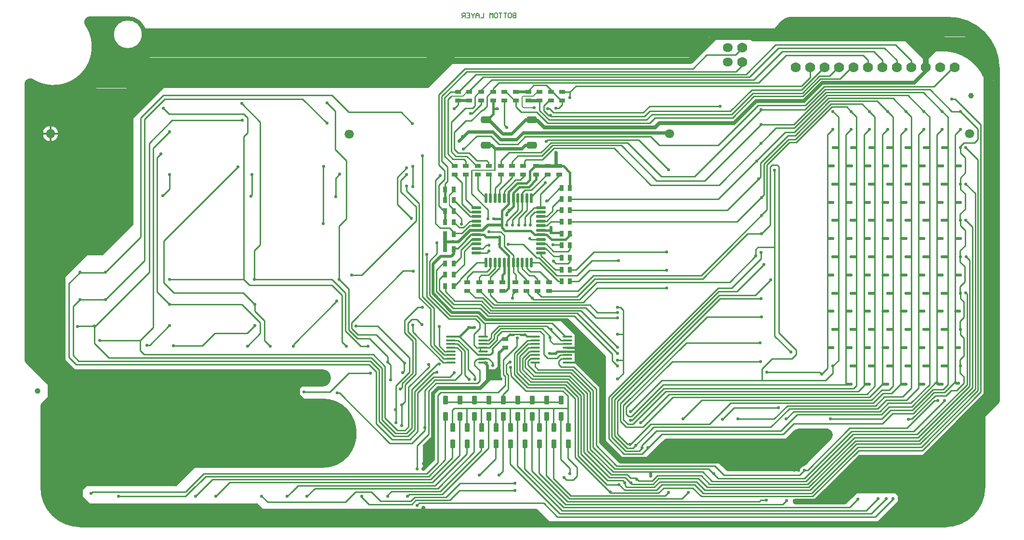
<source format=gbl>
G04*
G04 #@! TF.GenerationSoftware,Altium Limited,CircuitStudio,1.5.2 (30)*
G04*
G04 Layer_Physical_Order=2*
G04 Layer_Color=3394611*
%FSLAX25Y25*%
%MOIN*%
G70*
G01*
G75*
%ADD14C,0.03937*%
%ADD15C,0.01000*%
%ADD16C,0.01600*%
%ADD17C,0.01400*%
%ADD18C,0.02000*%
%ADD19C,0.01800*%
%ADD20C,0.02400*%
%ADD21C,0.01500*%
%ADD22C,0.02200*%
%ADD23C,0.03300*%
%ADD24C,0.02500*%
%ADD25C,0.02600*%
%ADD26C,0.00600*%
%ADD27C,0.07000*%
%ADD28O,0.07000X0.06000*%
%ADD29O,0.06000X0.06600*%
%ADD30O,0.06600X0.06000*%
%ADD31C,0.02200*%
%ADD32C,0.04200*%
%ADD33C,0.04400*%
%ADD34C,0.03000*%
%ADD35C,0.02800*%
%ADD36C,0.08000*%
%ADD37C,0.13000*%
%ADD38R,0.03150X0.03937*%
G04:AMPARAMS|DCode=39|XSize=18.9mil|YSize=66.93mil|CornerRadius=7.09mil|HoleSize=0mil|Usage=FLASHONLY|Rotation=270.000|XOffset=0mil|YOffset=0mil|HoleType=Round|Shape=RoundedRectangle|*
%AMROUNDEDRECTD39*
21,1,0.01890,0.05276,0,0,270.0*
21,1,0.00472,0.06693,0,0,270.0*
1,1,0.01417,-0.02638,-0.00236*
1,1,0.01417,-0.02638,0.00236*
1,1,0.01417,0.02638,0.00236*
1,1,0.01417,0.02638,-0.00236*
%
%ADD39ROUNDEDRECTD39*%
G04:AMPARAMS|DCode=40|XSize=18.9mil|YSize=66.93mil|CornerRadius=7.09mil|HoleSize=0mil|Usage=FLASHONLY|Rotation=0.000|XOffset=0mil|YOffset=0mil|HoleType=Round|Shape=RoundedRectangle|*
%AMROUNDEDRECTD40*
21,1,0.01890,0.05276,0,0,0.0*
21,1,0.00472,0.06693,0,0,0.0*
1,1,0.01417,0.00236,-0.02638*
1,1,0.01417,-0.00236,-0.02638*
1,1,0.01417,-0.00236,0.02638*
1,1,0.01417,0.00236,0.02638*
%
%ADD40ROUNDEDRECTD40*%
G04:AMPARAMS|DCode=41|XSize=65.35mil|YSize=14.57mil|CornerRadius=5.46mil|HoleSize=0mil|Usage=FLASHONLY|Rotation=180.000|XOffset=0mil|YOffset=0mil|HoleType=Round|Shape=RoundedRectangle|*
%AMROUNDEDRECTD41*
21,1,0.06535,0.00364,0,0,180.0*
21,1,0.05443,0.01457,0,0,180.0*
1,1,0.01093,-0.02722,0.00182*
1,1,0.01093,0.02722,0.00182*
1,1,0.01093,0.02722,-0.00182*
1,1,0.01093,-0.02722,-0.00182*
%
%ADD41ROUNDEDRECTD41*%
G04:AMPARAMS|DCode=42|XSize=62.99mil|YSize=36mil|CornerRadius=13.5mil|HoleSize=0mil|Usage=FLASHONLY|Rotation=90.000|XOffset=0mil|YOffset=0mil|HoleType=Round|Shape=RoundedRectangle|*
%AMROUNDEDRECTD42*
21,1,0.06299,0.00900,0,0,90.0*
21,1,0.03599,0.03600,0,0,90.0*
1,1,0.02700,0.00450,0.01800*
1,1,0.02700,0.00450,-0.01800*
1,1,0.02700,-0.00450,-0.01800*
1,1,0.02700,-0.00450,0.01800*
%
%ADD42ROUNDEDRECTD42*%
%ADD43R,0.03937X0.03150*%
G04:AMPARAMS|DCode=44|XSize=72mil|YSize=46mil|CornerRadius=13.8mil|HoleSize=0mil|Usage=FLASHONLY|Rotation=0.000|XOffset=0mil|YOffset=0mil|HoleType=Round|Shape=RoundedRectangle|*
%AMROUNDEDRECTD44*
21,1,0.07200,0.01840,0,0,0.0*
21,1,0.04440,0.04600,0,0,0.0*
1,1,0.02760,0.02220,-0.00920*
1,1,0.02760,-0.02220,-0.00920*
1,1,0.02760,-0.02220,0.00920*
1,1,0.02760,0.02220,0.00920*
%
%ADD44ROUNDEDRECTD44*%
%ADD45C,0.12000*%
%ADD46C,0.00800*%
%ADD47C,0.09000*%
%ADD48C,0.15000*%
%ADD49C,0.04600*%
%ADD50C,0.06000*%
%ADD51C,0.04000*%
%ADD52C,0.01300*%
%ADD53C,0.07600*%
%ADD54R,0.28550X0.03110*%
%ADD55R,0.04000X0.08900*%
%ADD56R,0.07300X0.22800*%
%ADD57R,0.04100X2.28600*%
%ADD58R,0.05300X0.03500*%
%ADD59R,0.01900X0.03400*%
%ADD60R,0.02500X0.02100*%
%ADD61R,1.27700X0.09800*%
%ADD62R,0.02800X0.02900*%
%ADD63R,0.02500X0.02900*%
%ADD64R,0.02500X0.03000*%
%ADD65R,0.21300X0.06800*%
%ADD66R,0.18400X0.04800*%
%ADD67R,0.01300X0.01400*%
%ADD68R,0.03900X0.03300*%
%ADD69R,0.49500X0.08800*%
%ADD70R,0.05500X0.05000*%
%ADD71R,0.05800X0.05700*%
%ADD72R,0.97900X0.09700*%
%ADD73R,0.04200X0.05500*%
%ADD74R,0.04800X0.11400*%
G04:AMPARAMS|DCode=75|XSize=199.4mil|YSize=98mil|CornerRadius=0mil|HoleSize=0mil|Usage=FLASHONLY|Rotation=135.000|XOffset=0mil|YOffset=0mil|HoleType=Round|Shape=Rectangle|*
%AMROTATEDRECTD75*
4,1,4,0.10515,-0.03585,0.03585,-0.10515,-0.10515,0.03585,-0.03585,0.10515,0.10515,-0.03585,0.0*
%
%ADD75ROTATEDRECTD75*%

%ADD76R,0.05300X0.15500*%
%ADD77R,0.12700X0.27500*%
%ADD78R,0.11100X0.10900*%
G04:AMPARAMS|DCode=79|XSize=206.47mil|YSize=123.04mil|CornerRadius=0mil|HoleSize=0mil|Usage=FLASHONLY|Rotation=135.000|XOffset=0mil|YOffset=0mil|HoleType=Round|Shape=Rectangle|*
%AMROTATEDRECTD79*
4,1,4,0.11650,-0.02950,0.02950,-0.11650,-0.11650,0.02950,-0.02950,0.11650,0.11650,-0.02950,0.0*
%
%ADD79ROTATEDRECTD79*%

%ADD80R,3.79400X0.15000*%
%ADD81R,0.11100X0.06400*%
%ADD82R,0.04900X0.04900*%
%ADD83R,2.33700X0.20200*%
G04:AMPARAMS|DCode=84|XSize=280mil|YSize=158mil|CornerRadius=0mil|HoleSize=0mil|Usage=FLASHONLY|Rotation=225.000|XOffset=0mil|YOffset=0mil|HoleType=Round|Shape=Rectangle|*
%AMROTATEDRECTD84*
4,1,4,0.04313,0.15486,0.15486,0.04313,-0.04313,-0.15486,-0.15486,-0.04313,0.04313,0.15486,0.0*
%
%ADD84ROTATEDRECTD84*%

%ADD85R,0.52100X0.94600*%
%ADD86R,0.52300X0.78600*%
%ADD87R,0.27500X0.25800*%
%ADD88R,0.09200X0.19600*%
%ADD89R,0.12500X0.12000*%
%ADD90R,1.91800X0.48200*%
%ADD91R,0.77400X0.14300*%
%ADD92R,0.26600X0.27100*%
%ADD93R,1.27400X0.14300*%
%ADD94R,1.95600X0.10500*%
G04:AMPARAMS|DCode=95|XSize=198.7mil|YSize=206.09mil|CornerRadius=0mil|HoleSize=0mil|Usage=FLASHONLY|Rotation=135.000|XOffset=0mil|YOffset=0mil|HoleType=Round|Shape=Rectangle|*
%AMROTATEDRECTD95*
4,1,4,0.14311,0.00261,-0.00261,-0.14311,-0.14311,-0.00261,0.00261,0.14311,0.14311,0.00261,0.0*
%
%ADD95ROTATEDRECTD95*%

G04:AMPARAMS|DCode=96|XSize=71mil|YSize=40mil|CornerRadius=0mil|HoleSize=0mil|Usage=FLASHONLY|Rotation=45.000|XOffset=0mil|YOffset=0mil|HoleType=Round|Shape=Rectangle|*
%AMROTATEDRECTD96*
4,1,4,-0.01096,-0.03924,-0.03924,-0.01096,0.01096,0.03924,0.03924,0.01096,-0.01096,-0.03924,0.0*
%
%ADD96ROTATEDRECTD96*%

G04:AMPARAMS|DCode=97|XSize=210mil|YSize=102mil|CornerRadius=0mil|HoleSize=0mil|Usage=FLASHONLY|Rotation=45.000|XOffset=0mil|YOffset=0mil|HoleType=Round|Shape=Rectangle|*
%AMROTATEDRECTD97*
4,1,4,-0.03818,-0.11031,-0.11031,-0.03818,0.03818,0.11031,0.11031,0.03818,-0.03818,-0.11031,0.0*
%
%ADD97ROTATEDRECTD97*%

G04:AMPARAMS|DCode=98|XSize=87mil|YSize=47mil|CornerRadius=0mil|HoleSize=0mil|Usage=FLASHONLY|Rotation=135.000|XOffset=0mil|YOffset=0mil|HoleType=Round|Shape=Rectangle|*
%AMROTATEDRECTD98*
4,1,4,0.04738,-0.01414,0.01414,-0.04738,-0.04738,0.01414,-0.01414,0.04738,0.04738,-0.01414,0.0*
%
%ADD98ROTATEDRECTD98*%

G04:AMPARAMS|DCode=99|XSize=301.94mil|YSize=190mil|CornerRadius=0mil|HoleSize=0mil|Usage=FLASHONLY|Rotation=45.000|XOffset=0mil|YOffset=0mil|HoleType=Round|Shape=Rectangle|*
%AMROTATEDRECTD99*
4,1,4,-0.03958,-0.17393,-0.17393,-0.03958,0.03958,0.17393,0.17393,0.03958,-0.03958,-0.17393,0.0*
%
%ADD99ROTATEDRECTD99*%

G04:AMPARAMS|DCode=100|XSize=346.48mil|YSize=179.26mil|CornerRadius=0mil|HoleSize=0mil|Usage=FLASHONLY|Rotation=45.000|XOffset=0mil|YOffset=0mil|HoleType=Round|Shape=Rectangle|*
%AMROTATEDRECTD100*
4,1,4,-0.05912,-0.18588,-0.18588,-0.05912,0.05912,0.18588,0.18588,0.05912,-0.05912,-0.18588,0.0*
%
%ADD100ROTATEDRECTD100*%

G04:AMPARAMS|DCode=101|XSize=120.21mil|YSize=52.33mil|CornerRadius=0mil|HoleSize=0mil|Usage=FLASHONLY|Rotation=315.000|XOffset=0mil|YOffset=0mil|HoleType=Round|Shape=Rectangle|*
%AMROTATEDRECTD101*
4,1,4,-0.06100,0.02400,-0.02400,0.06100,0.06100,-0.02400,0.02400,-0.06100,-0.06100,0.02400,0.0*
%
%ADD101ROTATEDRECTD101*%

G04:AMPARAMS|DCode=102|XSize=94.75mil|YSize=52.33mil|CornerRadius=0mil|HoleSize=0mil|Usage=FLASHONLY|Rotation=315.000|XOffset=0mil|YOffset=0mil|HoleType=Round|Shape=Rectangle|*
%AMROTATEDRECTD102*
4,1,4,-0.05200,0.01500,-0.01500,0.05200,0.05200,-0.01500,0.01500,-0.05200,-0.05200,0.01500,0.0*
%
%ADD102ROTATEDRECTD102*%

G04:AMPARAMS|DCode=103|XSize=94.75mil|YSize=52.33mil|CornerRadius=0mil|HoleSize=0mil|Usage=FLASHONLY|Rotation=45.000|XOffset=0mil|YOffset=0mil|HoleType=Round|Shape=Rectangle|*
%AMROTATEDRECTD103*
4,1,4,-0.01500,-0.05200,-0.05200,-0.01500,0.01500,0.05200,0.05200,0.01500,-0.01500,-0.05200,0.0*
%
%ADD103ROTATEDRECTD103*%

%ADD104R,0.21200X0.29600*%
G04:AMPARAMS|DCode=105|XSize=224.86mil|YSize=123.74mil|CornerRadius=0mil|HoleSize=0mil|Usage=FLASHONLY|Rotation=225.000|XOffset=0mil|YOffset=0mil|HoleType=Round|Shape=Rectangle|*
%AMROTATEDRECTD105*
4,1,4,0.03575,0.12325,0.12325,0.03575,-0.03575,-0.12325,-0.12325,-0.03575,0.03575,0.12325,0.0*
%
%ADD105ROTATEDRECTD105*%

%ADD106R,0.07000X0.11900*%
%ADD107R,0.26900X0.76300*%
%ADD108R,1.74800X0.23900*%
%ADD109R,0.85300X0.26500*%
%ADD110R,0.44800X0.19900*%
%ADD111R,0.16200X0.14200*%
%ADD112R,0.11400X0.08100*%
%ADD113R,0.04400X0.03100*%
G04:AMPARAMS|DCode=114|XSize=215.4mil|YSize=54.45mil|CornerRadius=0mil|HoleSize=0mil|Usage=FLASHONLY|Rotation=45.000|XOffset=0mil|YOffset=0mil|HoleType=Round|Shape=Rectangle|*
%AMROTATEDRECTD114*
4,1,4,-0.05690,-0.09540,-0.09540,-0.05690,0.05690,0.09540,0.09540,0.05690,-0.05690,-0.09540,0.0*
%
%ADD114ROTATEDRECTD114*%

G04:AMPARAMS|DCode=115|XSize=118.09mil|YSize=67.88mil|CornerRadius=0mil|HoleSize=0mil|Usage=FLASHONLY|Rotation=45.000|XOffset=0mil|YOffset=0mil|HoleType=Round|Shape=Rectangle|*
%AMROTATEDRECTD115*
4,1,4,-0.01775,-0.06575,-0.06575,-0.01775,0.01775,0.06575,0.06575,0.01775,-0.01775,-0.06575,0.0*
%
%ADD115ROTATEDRECTD115*%

G04:AMPARAMS|DCode=116|XSize=62.93mil|YSize=35.36mil|CornerRadius=0mil|HoleSize=0mil|Usage=FLASHONLY|Rotation=135.000|XOffset=0mil|YOffset=0mil|HoleType=Round|Shape=Rectangle|*
%AMROTATEDRECTD116*
4,1,4,0.03475,-0.00975,0.00975,-0.03475,-0.03475,0.00975,-0.00975,0.03475,0.03475,-0.00975,0.0*
%
%ADD116ROTATEDRECTD116*%

G04:AMPARAMS|DCode=117|XSize=261.63mil|YSize=110mil|CornerRadius=0mil|HoleSize=0mil|Usage=FLASHONLY|Rotation=45.000|XOffset=0mil|YOffset=0mil|HoleType=Round|Shape=Rectangle|*
%AMROTATEDRECTD117*
4,1,4,-0.05361,-0.13139,-0.13139,-0.05361,0.05361,0.13139,0.13139,0.05361,-0.05361,-0.13139,0.0*
%
%ADD117ROTATEDRECTD117*%

%ADD118R,0.20400X0.08000*%
%ADD119R,0.06600X0.04700*%
G04:AMPARAMS|DCode=120|XSize=383.54mil|YSize=78.49mil|CornerRadius=0mil|HoleSize=0mil|Usage=FLASHONLY|Rotation=45.000|XOffset=0mil|YOffset=0mil|HoleType=Round|Shape=Rectangle|*
%AMROTATEDRECTD120*
4,1,4,-0.10785,-0.16335,-0.16335,-0.10785,0.10785,0.16335,0.16335,0.10785,-0.10785,-0.16335,0.0*
%
%ADD120ROTATEDRECTD120*%

%ADD121R,0.13800X0.14700*%
%ADD122R,0.09200X0.06700*%
%ADD123R,0.05000X0.12600*%
%ADD124R,0.03100X0.03600*%
G04:AMPARAMS|DCode=125|XSize=190mil|YSize=217.79mil|CornerRadius=0mil|HoleSize=0mil|Usage=FLASHONLY|Rotation=45.000|XOffset=0mil|YOffset=0mil|HoleType=Round|Shape=Rectangle|*
%AMROTATEDRECTD125*
4,1,4,0.00983,-0.14418,-0.14418,0.00983,-0.00983,0.14418,0.14418,-0.00983,0.00983,-0.14418,0.0*
%
%ADD125ROTATEDRECTD125*%

%ADD126R,0.29300X0.07600*%
G04:AMPARAMS|DCode=127|XSize=247.49mil|YSize=80mil|CornerRadius=0mil|HoleSize=0mil|Usage=FLASHONLY|Rotation=135.000|XOffset=0mil|YOffset=0mil|HoleType=Round|Shape=Rectangle|*
%AMROTATEDRECTD127*
4,1,4,0.11578,-0.05922,0.05922,-0.11578,-0.11578,0.05922,-0.05922,0.11578,0.11578,-0.05922,0.0*
%
%ADD127ROTATEDRECTD127*%

%ADD128R,0.05600X0.06200*%
G04:AMPARAMS|DCode=129|XSize=216.95mil|YSize=72.43mil|CornerRadius=0mil|HoleSize=0mil|Usage=FLASHONLY|Rotation=135.000|XOffset=0mil|YOffset=0mil|HoleType=Round|Shape=Rectangle|*
%AMROTATEDRECTD129*
4,1,4,0.10231,-0.05109,0.05109,-0.10231,-0.10231,0.05109,-0.05109,0.10231,0.10231,-0.05109,0.0*
%
%ADD129ROTATEDRECTD129*%

D14*
X646858Y931600D02*
D03*
X1292958Y1136300D02*
D03*
D15*
X1299658Y930900D02*
Y1116300D01*
X1259158Y890400D02*
X1299658Y930900D01*
X1215258Y890400D02*
X1259158D01*
X1297758Y931900D02*
Y1091900D01*
X1258558Y892700D02*
X1297758Y931900D01*
X1214758Y892700D02*
X1258558D01*
X1295858Y933000D02*
Y1068700D01*
X1257758Y894900D02*
X1295858Y933000D01*
X1213758Y894900D02*
X1257758D01*
X1293958Y934100D02*
Y1045300D01*
X1256958Y897100D02*
X1293958Y934100D01*
X1212958Y897100D02*
X1256958D01*
X1292058Y935100D02*
Y1022200D01*
X1256258Y899300D02*
X1292058Y935100D01*
X1212258Y899300D02*
X1256258D01*
X1290158Y936100D02*
Y998800D01*
X1255558Y901500D02*
X1290158Y936100D01*
X1211258Y901500D02*
X1255558D01*
X1288058Y936900D02*
Y941500D01*
X1282958Y931800D02*
X1288058Y936900D01*
X1279158Y931800D02*
X1282958D01*
X1253358Y903700D02*
X1274658Y925000D01*
X1267758D02*
X1270058D01*
X1210258Y903700D02*
X1253358D01*
X1275658Y928300D02*
X1279158Y931800D01*
X1268158Y928300D02*
X1275658D01*
X1276858Y935900D02*
Y1121642D01*
X1273658Y932700D02*
X1276858Y935900D01*
X1266758Y932700D02*
X1273658D01*
X1281858Y937800D02*
Y937900D01*
X1274558Y930500D02*
X1281858Y937800D01*
X1267458Y930500D02*
X1274558D01*
X1252458Y918400D02*
X1266758Y932700D01*
X1252958Y916000D02*
X1267458Y930500D01*
X1252058Y912200D02*
X1268158Y928300D01*
X1248658Y905900D02*
X1267758Y925000D01*
X1209058Y905900D02*
X1248658D01*
X1249858Y912200D02*
X1252058D01*
X1238758Y916000D02*
X1252958D01*
X1237358Y918400D02*
X1252458D01*
X1269458Y938300D02*
Y1109158D01*
X1251858Y920700D02*
X1269458Y938300D01*
X1236158Y920700D02*
X1251858D01*
X1264158Y935900D02*
Y1121642D01*
X1251458Y923200D02*
X1264158Y935900D01*
X1235658Y923200D02*
X1251458D01*
X1281958Y937800D02*
Y1109158D01*
X1281858Y1134100D02*
X1299658Y1116300D01*
X1279558Y1134100D02*
X1281858D01*
X1285600Y1125400D02*
X1297558Y1113442D01*
Y1106100D02*
Y1113442D01*
X1295158Y1103700D02*
X1297558Y1106100D01*
X1289458Y999500D02*
X1290158Y998800D01*
X1285549Y995830D02*
X1287958Y993421D01*
Y982500D02*
Y993421D01*
X1285400Y979942D02*
X1287958Y982500D01*
X668778Y1006187D02*
X676291Y1013700D01*
X668778Y954780D02*
Y1006187D01*
Y954780D02*
X673658Y949900D01*
X671638Y990347D02*
X676291Y995000D01*
X671638Y956120D02*
Y990347D01*
Y956120D02*
X675358Y952400D01*
X674658Y976600D02*
X686258D01*
X693939Y995060D02*
X720958Y1022079D01*
X675728Y995060D02*
X693939D01*
X1129818Y1164460D02*
X1135458Y1170100D01*
X1110118Y1164460D02*
X1129818D01*
X1100558Y1154900D02*
X1110118Y1164460D01*
X930958Y1133700D02*
X933258Y1136000D01*
X990957Y1055598D02*
X995441D01*
X988058Y1052700D02*
X990957Y1055598D01*
X988058Y1046700D02*
Y1052700D01*
X990706Y1058748D02*
X995441D01*
X984158Y1052200D02*
X990706Y1058748D01*
X984158Y1046600D02*
Y1052200D01*
X985598Y1056940D02*
Y1065441D01*
X979858Y1051200D02*
X985598Y1056940D01*
X979858Y1046600D02*
Y1051200D01*
X982449Y1056991D02*
Y1065441D01*
X975658Y1050200D02*
X982449Y1056991D01*
X975658Y1046600D02*
Y1050200D01*
X979299Y1056941D02*
Y1065441D01*
X971758Y1049400D02*
X979299Y1056941D01*
X971758Y1046600D02*
Y1049400D01*
X904158Y944600D02*
Y954600D01*
X882258Y976500D02*
X904158Y954600D01*
X867258Y976500D02*
X882258D01*
X900658Y945200D02*
Y951400D01*
X881458Y970600D02*
X900658Y951400D01*
X868658Y970600D02*
X881458D01*
X928788Y959070D02*
X933056D01*
X925058Y962800D02*
X928788Y959070D01*
X925058Y962800D02*
Y976300D01*
X928447Y956511D02*
X933056D01*
X921358Y963600D02*
X928447Y956511D01*
X921358Y963600D02*
Y989000D01*
X964858Y969500D02*
X968258Y972900D01*
X964858Y967000D02*
Y969500D01*
X959488Y961629D02*
X964858Y967000D01*
X962858Y970500D02*
X967158Y974800D01*
X962858Y967800D02*
Y970500D01*
X959247Y964188D02*
X962858Y967800D01*
X960858Y971400D02*
X966158Y976700D01*
X960858Y968600D02*
Y971400D01*
X959006Y966748D02*
X960858Y968600D01*
X950758Y961700D02*
X953258D01*
X948858Y963600D02*
X950758Y961700D01*
X948858Y963600D02*
Y970800D01*
X952958Y974900D01*
X949358Y952100D02*
X951008Y953750D01*
X949358Y949400D02*
Y952100D01*
Y949400D02*
X952958Y945800D01*
X1007558Y952300D02*
X1009210Y953952D01*
X1007558Y950100D02*
Y952300D01*
Y950100D02*
X1009258Y948400D01*
X1009311Y966748D02*
X1013500D01*
X999358Y976700D02*
X1009311Y966748D01*
X966158Y976700D02*
X999358D01*
X1231558Y908800D02*
X1238758Y916000D01*
X1170358Y908800D02*
X1231558D01*
X1163058Y901500D02*
X1170358Y908800D01*
X1078858Y901500D02*
X1163058D01*
X1172758Y915400D02*
X1230858D01*
X1161358Y904000D02*
X1172758Y915400D01*
X1075158Y904000D02*
X1161358D01*
X998958Y1104700D02*
X999958Y1105700D01*
X988758Y1067000D02*
X989258D01*
X998158Y1075900D01*
X969958Y1116000D02*
X971558Y1114400D01*
X984458Y1107800D02*
X1071358D01*
X979358Y1102700D02*
X984458Y1107800D01*
X966258Y1102700D02*
X979358D01*
X960558Y1108400D02*
X966258Y1102700D01*
X950958Y1108400D02*
X960558D01*
X963458Y1084600D02*
Y1100000D01*
X969958Y1116000D02*
Y1133000D01*
X1002258Y1103700D02*
X1055258D01*
X995458Y1096900D02*
X1002258Y1103700D01*
X973458Y1096900D02*
X995458D01*
X1003158Y1101800D02*
X1050858D01*
X995858Y1094500D02*
X1003158Y1101800D01*
X979458Y1094500D02*
X995858D01*
X1004158Y1099900D02*
X1045958D01*
X996258Y1092000D02*
X1004158Y1099900D01*
X985058Y1092000D02*
X996258D01*
X1000058Y1117300D02*
X1070558D01*
X992358Y1125000D02*
X1000058Y1117300D01*
X981558Y1125000D02*
X992358D01*
X1000858Y1119500D02*
X1068458D01*
X994458Y1125900D02*
X1000858Y1119500D01*
X994458Y1125900D02*
Y1133300D01*
X1197400Y944042D02*
Y949000D01*
X1192358Y939000D02*
X1197400Y944042D01*
X1148158Y939000D02*
X1192358D01*
X673658Y949900D02*
X876358D01*
X675358Y952400D02*
X877158D01*
X902458Y1070200D02*
Y1073500D01*
X911058Y996300D02*
Y1061600D01*
X902458Y1070200D02*
X911058Y1061600D01*
X913358Y997000D02*
Y1094600D01*
Y997000D02*
X921358Y989000D01*
X911058Y996300D02*
X918858Y988500D01*
X898458Y1069600D02*
X908858Y1059200D01*
Y1049600D02*
Y1059200D01*
X871258Y1012000D02*
X908858Y1049600D01*
X895858Y1061100D02*
X905658Y1051300D01*
X895858Y1061100D02*
Y1079700D01*
X796958Y1008800D02*
Y1028900D01*
X801058Y1033000D01*
X1015400Y1007500D02*
X1021258D01*
X1007258D02*
X1009500D01*
X994199Y1020559D02*
X1007258Y1007500D01*
X999858Y954400D02*
X1006358D01*
X997158Y957100D02*
X999858Y954400D01*
X997158Y957100D02*
Y970500D01*
X1006358Y954400D02*
X1008470Y956511D01*
X1013500D01*
X1001658Y966400D02*
Y969300D01*
Y966400D02*
X1003870Y964188D01*
X962058Y949300D02*
Y951100D01*
X795358Y1067300D02*
Y1081600D01*
X794558Y1066500D02*
X795358Y1067300D01*
X943158Y1118900D02*
X947058D01*
X935158Y1110900D02*
X943158Y1118900D01*
X935158Y1107800D02*
Y1110900D01*
X954558Y1126400D02*
X955258D01*
X947058Y1118900D02*
X954558Y1126400D01*
X942958Y1127700D02*
X947958D01*
X933158Y1117900D02*
X942958Y1127700D01*
X933158Y1109000D02*
Y1117900D01*
X955258Y1149200D02*
X1139658D01*
X961258Y1147300D02*
X1142658D01*
X966458Y1145400D02*
X1146058D01*
X1134500Y1157142D02*
Y1159500D01*
X1130358Y1153000D02*
X1134500Y1157142D01*
X943858Y1153000D02*
X1130358D01*
X1015458Y1138900D02*
X1019658Y1143100D01*
X970158Y1139800D02*
X978058Y1131900D01*
Y1128500D02*
Y1131900D01*
Y1128500D02*
X981558Y1125000D01*
X1010000Y1129942D02*
Y1133000D01*
X1068458Y1119500D02*
X1072158Y1123200D01*
X1067058Y1122000D02*
X1070558Y1125500D01*
X1002658Y1122000D02*
X1067058D01*
X1001958Y1122700D02*
X1002658Y1122000D01*
X1066058Y1124500D02*
X1070658Y1129100D01*
X1004058Y1124500D02*
X1066058D01*
X1001158Y1127400D02*
X1004058Y1124500D01*
X997358Y1129400D02*
X1001300Y1133342D01*
X997358Y1125900D02*
Y1129400D01*
Y1125900D02*
X1000558Y1122700D01*
X1002158Y1049100D02*
X1009400D01*
X999208Y1046150D02*
X1002158Y1049100D01*
X999958Y1127400D02*
X1001158D01*
X1077358Y1101800D02*
X1117958D01*
X1071358Y1107800D02*
X1077358Y1101800D01*
X1071458Y1074400D02*
X1118558D01*
X1045958Y1099900D02*
X1071458Y1074400D01*
X1075358Y1077300D02*
X1108658D01*
X1050858Y1101800D02*
X1075358Y1077300D01*
X1078758Y1080200D02*
X1101558D01*
X1055258Y1103700D02*
X1078758Y1080200D01*
X1118558Y1074400D02*
X1157958Y1113800D01*
X1108658Y1077300D02*
X1147558Y1116200D01*
X1101558Y1080200D02*
X1147858Y1126500D01*
X847158Y1131200D02*
X852858Y1125500D01*
Y1099100D02*
Y1125500D01*
Y1099100D02*
X860558Y1091400D01*
Y1050800D02*
Y1091400D01*
X855758Y1046000D02*
X860558Y1050800D01*
X1117958Y1101800D02*
X1145658Y1129500D01*
X1174258Y873200D02*
X1177758Y876700D01*
X1121958Y873200D02*
X1174258D01*
X1115558Y879600D02*
X1121958Y873200D01*
X1177658Y871100D02*
X1210258Y903700D01*
X1178758Y869000D02*
X1211258Y901500D01*
X1179958Y867000D02*
X1212258Y899300D01*
X1180758Y864900D02*
X1212958Y897100D01*
X1181658Y862800D02*
X1213758Y894900D01*
X1182658Y860600D02*
X1214758Y892700D01*
X1183358Y858500D02*
X1215258Y890400D01*
X1162758Y852900D02*
X1165358Y855500D01*
X1012258Y852900D02*
X1162758D01*
X1177758Y876700D02*
X1179858D01*
X1209058Y905900D01*
X1047758Y879600D02*
X1115558D01*
X1069258Y891900D02*
X1078858Y901500D01*
X1065258Y894100D02*
X1075158Y904000D01*
X1033558Y893800D02*
Y932800D01*
X1017958Y948400D02*
X1033558Y932800D01*
X1009258Y948400D02*
X1017958D01*
X1031358Y892500D02*
Y931800D01*
X1016858Y946300D02*
X1031358Y931800D01*
X993458Y946300D02*
X1016858D01*
X1029258Y891400D02*
Y930800D01*
X1015858Y944200D02*
X1029258Y930800D01*
X991658Y944200D02*
X1015858D01*
X1027158Y890200D02*
Y930000D01*
X1015058Y942100D02*
X1027158Y930000D01*
X990258Y942100D02*
X1015058D01*
X1025058Y889200D02*
Y929200D01*
X1014258Y940000D02*
X1025058Y929200D01*
X989158Y940000D02*
X1014258D01*
X1022958Y887900D02*
Y928300D01*
X1013258Y938000D02*
X1022958Y928300D01*
X988158Y938000D02*
X1013258D01*
X1020958Y886700D02*
Y927200D01*
X1012258Y935900D02*
X1020958Y927200D01*
X987058Y935900D02*
X1012258D01*
X1018958Y885500D02*
Y926200D01*
X1011358Y933800D02*
X1018958Y926200D01*
X986058Y933800D02*
X1011358D01*
X1014000Y919500D02*
Y928158D01*
X1010458Y931700D02*
X1014000Y928158D01*
X985058Y931700D02*
X1010458D01*
X1044558Y952700D02*
Y957300D01*
Y952700D02*
X1048208Y949050D01*
X1042158Y927300D02*
X1117858Y1003000D01*
X1042158Y898500D02*
Y927300D01*
Y898500D02*
X1052758Y887900D01*
X1044258Y926600D02*
X1118258Y1000600D01*
X1044258Y899600D02*
Y926600D01*
Y899600D02*
X1053858Y890000D01*
X1046358Y925600D02*
X1118758Y998000D01*
X1046358Y900600D02*
Y925600D01*
Y900600D02*
X1054858Y892100D01*
X1048358Y924500D02*
X1119358Y995500D01*
X1048358Y901600D02*
Y924500D01*
Y901600D02*
X1055358Y894600D01*
X1050358Y922900D02*
X1110258Y982800D01*
X1052358Y921500D02*
X1095858Y965000D01*
X1054458Y920300D02*
X1086258Y952100D01*
X1054458Y915500D02*
Y920300D01*
Y915500D02*
X1055958Y914000D01*
X1057958D01*
X1079058Y939000D02*
X1148258D01*
X1057358Y917300D02*
X1079058Y939000D01*
X1057358Y917200D02*
Y917300D01*
X1033558Y893800D02*
X1047758Y879600D01*
X1031358Y892500D02*
X1046258Y877600D01*
X1029258Y891400D02*
X1045158Y875500D01*
X1054858Y873500D02*
X1057158Y871200D01*
X1043858Y873500D02*
X1054858D01*
X1027158Y890200D02*
X1043858Y873500D01*
X1053758Y871500D02*
X1057608Y867650D01*
X1042758Y871500D02*
X1053758D01*
X1025058Y889200D02*
X1042758Y871500D01*
X1053558Y866000D02*
Y867800D01*
X1051858Y869500D02*
X1053558Y867800D01*
X1041358Y869500D02*
X1051858D01*
X1022958Y887900D02*
X1041358Y869500D01*
X1049458Y866700D02*
X1053258Y862900D01*
X1041058Y866600D02*
X1049458D01*
X1020958Y886700D02*
X1041058Y866600D01*
X1065258Y887900D02*
X1069258Y891900D01*
X1052758Y887900D02*
X1065258D01*
Y892100D02*
Y892200D01*
X1063158Y890000D02*
X1065258Y892100D01*
X1053858Y890000D02*
X1063158D01*
X1058858Y892100D02*
X1073258Y906500D01*
X1054858Y892100D02*
X1058858D01*
X1057658Y867700D02*
X1058358Y867000D01*
X1072858D01*
X1076758Y870900D01*
X1053558Y866000D02*
X1054758Y864800D01*
X1018958Y885500D02*
X1043158Y861300D01*
X1055358Y894600D02*
X1057358D01*
X1066058Y906500D02*
X1086758Y927200D01*
X1057358Y911300D02*
X1058358D01*
X1057958Y914000D02*
X1079858Y935900D01*
X995058Y1068000D02*
X1008229Y1081171D01*
X995058Y1058748D02*
Y1068000D01*
X970758Y935700D02*
Y941700D01*
X965658Y930600D02*
X970758Y935700D01*
X972758Y932700D02*
Y942700D01*
X969000Y928942D02*
X972758Y932700D01*
X932458Y941300D02*
X935358Y944200D01*
X920958Y941300D02*
X932458D01*
X937670Y964188D02*
X942658Y959200D01*
Y942700D02*
Y959200D01*
Y942700D02*
X945658Y939700D01*
X937329Y961629D02*
X940158Y958800D01*
Y943500D02*
Y958800D01*
X935858Y939200D02*
X940158Y943500D01*
X921958Y939200D02*
X935858D01*
X949758Y939600D02*
Y941900D01*
X945058Y946600D02*
X949758Y941900D01*
X945058Y946600D02*
Y959800D01*
X938111Y966748D02*
X945058Y959800D01*
X952958Y938500D02*
Y945800D01*
X951258Y936800D02*
X952958Y938500D01*
X922658Y936800D02*
X951258D01*
X920958Y944400D02*
X923258D01*
X923558Y950200D02*
X924958D01*
X905858Y932500D02*
X923558Y950200D01*
X917858Y948400D02*
Y950200D01*
X890658Y895400D02*
X905958D01*
X855858Y930200D02*
X890658Y895400D01*
X854458Y930200D02*
X855858D01*
X909258Y981300D02*
X913058Y977500D01*
X910058Y989700D02*
X913158D01*
X906658Y972500D02*
Y977400D01*
X906058Y981300D02*
X909258D01*
X903358Y978600D02*
X906058Y981300D01*
X903358Y972600D02*
Y978600D01*
Y972600D02*
X908658Y967300D01*
X900958Y980600D02*
X910058Y989700D01*
X900958Y972000D02*
Y980600D01*
Y972000D02*
X906558Y966400D01*
X862258Y944000D02*
X877458D01*
X889358Y951600D02*
X891358Y949600D01*
Y939300D02*
Y949600D01*
X924558Y1088300D02*
X928658Y1084200D01*
Y1078300D02*
Y1084200D01*
X924558Y1074200D02*
X928658Y1078300D01*
X926658Y1091100D02*
X930658Y1087100D01*
Y1076800D02*
Y1087100D01*
X929100Y1075242D02*
X930658Y1076800D01*
X926658Y1091100D02*
Y1113400D01*
X924558Y1088300D02*
Y1114300D01*
X857558Y965700D02*
X860558Y962700D01*
X870658Y962500D02*
X875758D01*
X876758Y968000D02*
X889358Y955400D01*
Y951600D02*
Y955400D01*
X868158Y968000D02*
X876758D01*
X676291Y1013700D02*
X693758D01*
X718358Y1038300D02*
Y1120900D01*
X693758Y1013700D02*
X718358Y1038300D01*
X720958Y1022079D02*
Y1120000D01*
X696358Y954600D02*
X878058D01*
X686458Y964500D02*
X696358Y954600D01*
X686458Y964500D02*
Y976500D01*
X724158Y1013800D02*
Y1103400D01*
X686658Y976300D02*
X724158Y1013800D01*
X720758Y956800D02*
X879158D01*
X738081Y976900D02*
X738358D01*
X724502Y963321D02*
X738081Y976900D01*
X850558Y1005100D02*
X857558Y998100D01*
Y965700D02*
Y998100D01*
X862158Y974000D02*
X868158Y968000D01*
X862158Y974000D02*
Y991700D01*
X864258Y975000D02*
X868658Y970600D01*
X864258Y975000D02*
Y979100D01*
X859858Y973300D02*
X870658Y962500D01*
X859858Y973300D02*
Y999700D01*
X899658Y944200D02*
X900658Y945200D01*
X741058Y962900D02*
X760858D01*
X894858Y935300D02*
X904158Y944600D01*
X906558Y944100D02*
Y966400D01*
X908658Y943200D02*
Y967300D01*
X899258Y936800D02*
X906558Y944100D01*
X901458Y936000D02*
X908658Y943200D01*
X899258Y934100D02*
Y936800D01*
X901458Y924400D02*
Y936000D01*
X978758Y962600D02*
Y968300D01*
X1048208Y948650D02*
Y949050D01*
X760858Y962900D02*
X769658Y971700D01*
X864258Y979100D02*
X899958Y1014800D01*
X907058D01*
X903658Y934200D02*
X917858Y948400D01*
X927765Y951393D02*
X933056D01*
X906658Y972500D02*
X927765Y951393D01*
X928106Y953952D02*
X933056D01*
X918858Y963200D02*
X928106Y953952D01*
X918858Y963200D02*
Y988500D01*
X905858Y906000D02*
Y932500D01*
X907858Y931300D02*
X920958Y944400D01*
X907858Y904900D02*
Y931300D01*
X910058Y930400D02*
X920958Y941300D01*
X910058Y903500D02*
Y930400D01*
X951008Y953750D02*
X956398D01*
X959206Y953952D02*
X962058Y951100D01*
X955300Y953952D02*
X959206D01*
X986006Y966748D02*
X991256D01*
X976858Y957600D02*
X986006Y966748D01*
X976858Y943000D02*
Y957600D01*
X986788Y961629D02*
X991256D01*
X980658Y955500D02*
X986788Y961629D01*
X980658Y945500D02*
Y955500D01*
X986447Y964188D02*
X991256D01*
X978758Y956500D02*
X986447Y964188D01*
X978758Y944200D02*
Y956500D01*
X987229Y959070D02*
X991256D01*
X982558Y954400D02*
X987229Y959070D01*
X982558Y946600D02*
Y954400D01*
X987570Y956511D02*
X991256D01*
X984458Y953400D02*
X987570Y956511D01*
X984458Y947900D02*
Y953400D01*
X987910Y953952D02*
X991256D01*
X986358Y952400D02*
X987910Y953952D01*
X986358Y949500D02*
Y952400D01*
X955300Y961629D02*
X959488D01*
X955300Y964188D02*
X959247D01*
X955300Y966748D02*
X959006D01*
X1003870Y964188D02*
X1013500D01*
X929000Y924000D02*
X1009000D01*
X944000Y904000D02*
Y919500D01*
X954000Y904000D02*
Y919500D01*
X969000Y876042D02*
Y915000D01*
X964000Y904000D02*
Y919500D01*
X974000Y904000D02*
Y919500D01*
X984000Y904000D02*
Y919500D01*
X994000Y904000D02*
Y919500D01*
X1004000Y904000D02*
Y919500D01*
X1014000Y904000D02*
Y919500D01*
X946160Y1055598D02*
X950559D01*
X944858Y1056900D02*
X946160Y1055598D01*
X960402Y1065441D02*
Y1081900D01*
X969850Y1065441D02*
Y1069892D01*
X951500Y1071193D02*
X957252Y1065441D01*
X966701D02*
Y1070942D01*
X975400Y1079642D01*
X943300Y1087500D02*
Y1091058D01*
X957858Y1091200D02*
X959100Y1089958D01*
Y1087500D02*
Y1089958D01*
X988457Y1036701D02*
X995441D01*
X1003658Y1032800D02*
X1009500D01*
X985598Y1016660D02*
Y1020559D01*
Y1016660D02*
X987858Y1014400D01*
X982449Y1016409D02*
Y1020559D01*
X967700Y1091142D02*
X973458Y1096900D01*
X975400Y1090442D02*
X979458Y1094500D01*
X983900Y1087500D02*
Y1090842D01*
X985058Y1092000D01*
X953258Y959000D02*
Y961700D01*
X979299Y1014759D02*
Y1020559D01*
X982449Y1065441D02*
Y1068891D01*
X988748Y1020559D02*
X991699D01*
X934000Y905000D02*
Y906000D01*
X1009210Y953952D02*
X1012800D01*
X979299Y1014759D02*
X985300Y1008758D01*
X982449Y1016409D02*
X987158Y1011700D01*
X987858Y1014400D02*
X994600D01*
X1002000Y1007000D01*
X963551Y1016551D02*
Y1020559D01*
X960402Y1016643D02*
Y1020559D01*
X958900Y1011900D02*
X963551Y1016551D01*
X957958Y1014200D02*
X960402Y1016643D01*
X976150Y1013909D02*
Y1020559D01*
Y1013909D02*
X978000Y1012058D01*
Y1007000D02*
Y1012058D01*
X986358Y949500D02*
X987858Y948000D01*
X984458Y947900D02*
X986558Y945800D01*
X982558Y946600D02*
X985458Y943700D01*
X980658Y945500D02*
X984458Y941700D01*
X978758Y944200D02*
X983358Y939600D01*
X976858Y943000D02*
X982258Y937600D01*
X986058Y933800D01*
X983358Y939600D02*
X987058Y935900D01*
X984458Y941700D02*
X988158Y938000D01*
X985458Y943700D02*
X989158Y940000D01*
X986558Y945800D02*
X990258Y942100D01*
X987858Y948000D02*
X991658Y944200D01*
X991256Y948502D02*
Y951393D01*
Y948502D02*
X993458Y946300D01*
X935258Y919500D02*
X1014000D01*
X934000Y918242D02*
X935258Y919500D01*
X934000Y904000D02*
Y918242D01*
X934600Y1041858D02*
X935000D01*
X931958Y1044500D02*
X934600Y1041858D01*
X924558Y1060000D02*
X929058Y1055500D01*
X950358Y1027051D02*
X950559Y1027252D01*
X947309Y1033551D02*
X950559D01*
X947259Y1036701D02*
X950559D01*
X925558Y1044500D02*
X931958D01*
X934758Y1055300D02*
Y1057500D01*
X932058Y1060200D02*
X934758Y1057500D01*
X932058Y1067500D02*
X935000Y1070442D01*
Y1063800D02*
X935658D01*
X943300Y1081600D02*
X944058Y1080842D01*
X982449Y1068891D02*
X984358Y1070800D01*
X980958Y1077800D02*
X984008Y1080850D01*
X969850Y1069892D02*
X977758Y1077800D01*
X980958D01*
X1013958Y1028300D02*
X1015400Y1029742D01*
Y1032500D01*
Y1021142D02*
Y1024100D01*
X1014058Y1019800D02*
X1015400Y1021142D01*
X1193758Y1109158D02*
X1197400Y1112800D01*
Y949000D02*
X1201158Y952758D01*
Y1121642D01*
X1197400Y1125400D02*
X1201158Y1121642D01*
X1210000Y1125400D02*
X1213758Y1121642D01*
X1206358Y1109158D02*
X1210000Y1112800D01*
X1222700Y1125400D02*
X1226458Y1121642D01*
Y934800D02*
Y1121642D01*
X1219058Y1109158D02*
X1222700Y1112800D01*
X1235200Y1125400D02*
X1238958Y1121642D01*
Y934900D02*
Y1121642D01*
X1231558Y1109158D02*
X1235200Y1112800D01*
X1247900Y1125400D02*
X1251658Y1121642D01*
Y933500D02*
Y1121642D01*
X1244258Y1109158D02*
X1247900Y1112800D01*
X1260400Y1125400D02*
X1264158Y1121642D01*
X1256758Y1109158D02*
X1260400Y1112800D01*
X1273100Y1125400D02*
X1276858Y1121642D01*
X1269458Y1109158D02*
X1273100Y1112800D01*
X1015400Y1049000D02*
X1130858D01*
X1193758Y947400D02*
Y1109158D01*
X1189658Y943300D02*
X1193758Y947400D01*
X1151758Y944600D02*
X1188358D01*
X1189658Y943300D01*
X1279758Y1125400D02*
X1285600D01*
X1285749Y1101391D02*
X1288058Y1103700D01*
X1295158D01*
X1285749Y1096609D02*
Y1101391D01*
Y1096609D02*
X1288958Y1093400D01*
X1285600Y1075000D02*
Y1079442D01*
X1288958Y1082800D01*
Y1093400D01*
X1288809Y1057600D02*
Y1068200D01*
X1285451Y1054242D02*
X1288809Y1057600D01*
X1285451Y1049800D02*
Y1054242D01*
X1285600Y1071409D02*
X1288809Y1068200D01*
X1285600Y1071409D02*
Y1076191D01*
X1288809Y1032400D02*
Y1043000D01*
X1285451Y1029042D02*
X1288809Y1032400D01*
X1285451Y1024600D02*
Y1029042D01*
X1285600Y1046209D02*
X1288809Y1043000D01*
X1285600Y1046209D02*
Y1050991D01*
X1288660Y1007200D02*
Y1017800D01*
X1285302Y1003842D02*
X1288660Y1007200D01*
X1285302Y999400D02*
Y1003842D01*
X1285451Y1021009D02*
X1288660Y1017800D01*
X1285451Y1021009D02*
Y1025791D01*
X1285549Y995830D02*
Y1000612D01*
X1285451Y949000D02*
Y953442D01*
X1285600Y970609D02*
Y975391D01*
X1289458Y1100200D02*
X1297758Y1091900D01*
X1289458Y1075100D02*
X1295858Y1068700D01*
X1289458Y1049800D02*
X1293958Y1045300D01*
X1289658Y1024600D02*
X1292058Y1022200D01*
X1285451Y953442D02*
X1288058Y956049D01*
Y968151D01*
X1285600Y970609D02*
X1288058Y968151D01*
X1285400Y974221D02*
Y979942D01*
X1063058Y869200D02*
X1072158D01*
X1075858Y872900D01*
X1054758Y864800D02*
X1073758D01*
X1077658Y868700D01*
X1043458Y861000D02*
X1043558Y860900D01*
X1076658D01*
X1080158Y864400D01*
X1053258Y862900D02*
X1075358D01*
X1079058Y866600D01*
X1081258Y858900D02*
X1083758Y861400D01*
X1209058Y850800D02*
X1214758Y856500D01*
X1061058Y871200D02*
X1063058Y869200D01*
X1057158Y871200D02*
X1061058D01*
X1219058Y935300D02*
Y1109158D01*
X1206358Y935900D02*
Y1109158D01*
X1256758Y933600D02*
Y1109158D01*
X1244258Y936200D02*
Y1109158D01*
X1285451Y944107D02*
Y949000D01*
Y944107D02*
X1288058Y941500D01*
X1281958Y1109158D02*
X1285600Y1112800D01*
X1245658Y927500D02*
X1251658Y933500D01*
X1086258Y952100D02*
X1147258D01*
X1079858Y935900D02*
X1209458D01*
X1236458Y932400D02*
X1238958Y934900D01*
X1237858Y929800D02*
X1244258Y936200D01*
X1213758Y935200D02*
Y1121642D01*
X1248458Y925300D02*
X1256758Y933600D01*
X1080258Y933200D02*
X1211758D01*
X1213758Y935200D01*
X1214958Y931200D02*
X1219058Y935300D01*
X1064358Y909500D02*
X1084058Y929200D01*
X1220858D01*
X1226458Y934800D01*
X1164958Y912200D02*
X1170158Y917400D01*
X1222558Y927200D02*
X1231558Y936200D01*
Y1109158D01*
X1224058Y925200D02*
X1231258Y932400D01*
X1236458D01*
X1126558Y923300D02*
X1225458D01*
X1231958Y929800D01*
X1237858D01*
X1226858Y921300D02*
X1233058Y927500D01*
X1245658D01*
X1228358Y919400D02*
X1234258Y925300D01*
X1248458D01*
X1170158Y917400D02*
X1229858D01*
X1235658Y923200D01*
X1230858Y915400D02*
X1236158Y920700D01*
X1231158Y912200D02*
X1237358Y918400D01*
X1195758Y912200D02*
X1231158D01*
X1009000Y884358D02*
Y914600D01*
X1043158Y861300D02*
X1043458Y861000D01*
X1009000Y884358D02*
X1015458Y877900D01*
Y874400D02*
Y877900D01*
X1014000Y884858D02*
Y896000D01*
Y884858D02*
X1020258Y878600D01*
Y872600D02*
Y878600D01*
X1017758Y870100D02*
X1020258Y872600D01*
X974000Y881058D02*
Y896000D01*
Y881058D02*
X1008458Y846600D01*
X979000Y879558D02*
Y915000D01*
Y879558D02*
X1009858Y848700D01*
X984000Y877658D02*
Y896000D01*
Y877658D02*
X1010858Y850800D01*
X1209058D01*
X989000Y876158D02*
Y915000D01*
Y876158D02*
X1012258Y852900D01*
X994000Y874658D02*
Y896000D01*
Y874658D02*
X1013758Y854900D01*
X1146558D01*
X999000Y872958D02*
Y915000D01*
Y872958D02*
X1015058Y856900D01*
X1092958D01*
X1004000Y870958D02*
Y896000D01*
Y870958D02*
X1016058Y858900D01*
X1081258D01*
X1011358Y871700D02*
X1012958Y870100D01*
X1017758D01*
X964000Y884542D02*
Y896000D01*
X952658Y873200D02*
X964000Y884542D01*
X819758Y858500D02*
X823158Y861900D01*
X702958Y858500D02*
X749358D01*
X755658Y864800D01*
X683958Y860700D02*
X684958Y861700D01*
X749358D01*
X754758Y867100D01*
X959000Y891942D02*
Y915000D01*
X939958Y1029400D02*
X947259Y1036701D01*
X942158Y1019358D02*
Y1028400D01*
X947309Y1033551D01*
X956600Y969307D02*
Y978000D01*
X950559Y1027252D02*
X957910D01*
X959558Y1028900D01*
X950559Y1030402D02*
X955260D01*
X957358Y1032500D01*
X959458D01*
X935000Y1012200D02*
X942158Y1019358D01*
X935429Y1019671D02*
X939958Y1024200D01*
Y1029400D01*
X929258Y1000500D02*
Y1002800D01*
X987758Y1037400D02*
X988457Y1036701D01*
X999508Y1063250D02*
X1008458Y1072200D01*
X923258Y1026800D02*
Y1034200D01*
X796958Y1008800D02*
X850758D01*
X738258Y1008900D02*
X789758D01*
X793558Y1005100D01*
X850558D01*
X738358Y991600D02*
X788358D01*
X801058Y978900D01*
X797258Y987100D02*
Y991600D01*
Y987100D02*
X804020Y980339D01*
X850758Y1008800D02*
X859858Y999700D01*
X855758Y1008800D02*
X862158Y1002400D01*
Y991700D02*
Y1002400D01*
X791958Y971700D02*
X797158Y976900D01*
X769658Y971700D02*
X791958D01*
X754758Y867100D02*
X758958Y871300D01*
X755658Y864800D02*
X759958Y869100D01*
X770158Y858500D02*
X776058Y864400D01*
X758958Y871300D02*
X762058Y874400D01*
X759958Y869100D02*
X763258Y872400D01*
X802058Y858700D02*
X806158Y854600D01*
X859958D01*
X866958Y861600D01*
X877958D01*
X884358Y855200D01*
X905158D01*
X939258Y867500D02*
X977158D01*
X870758Y858600D02*
X876358Y853000D01*
X905858D01*
X939058Y862600D02*
X977258D01*
X1138358Y1040500D02*
X1147858D01*
X1126758Y1028900D02*
X1138358Y1040500D01*
X1143558Y998000D02*
X1154258Y1008700D01*
X1130958Y1000600D02*
X1149558Y1019200D01*
X1127458Y1003000D02*
X1147758Y1023300D01*
Y1027700D01*
X1015400Y1015500D02*
X1019658D01*
X1031958Y1027800D01*
X1082158D01*
X1021258Y1007500D02*
X1029058Y1015300D01*
X1082158D01*
X944400Y1010242D02*
X948358Y1014200D01*
X957958D01*
X953958Y1011900D02*
X958900D01*
X960400Y1010542D02*
X966701Y1016842D01*
Y1020559D01*
X960400Y1007000D02*
Y1010542D01*
Y997958D02*
Y1001100D01*
X944400Y1007000D02*
Y1010242D01*
X935179Y1004121D02*
X939558Y1008500D01*
Y1009300D01*
X941358Y1011100D01*
X952500Y1010442D02*
X953958Y1011900D01*
X952500Y1007000D02*
Y1010442D01*
X992279Y1000279D02*
X995558Y997000D01*
X987158Y1011700D02*
X990358D01*
X993100Y1008958D01*
Y1007000D02*
Y1008958D01*
X944400Y1001100D02*
X945058D01*
X952500D02*
X952958D01*
X945058D02*
X949858Y996300D01*
X954858D01*
X949058Y994000D02*
X954158D01*
X929258Y1000500D02*
X935758Y994000D01*
X949058D01*
X934858Y991500D02*
X953758D01*
X934658Y988900D02*
X953258D01*
X949858Y981600D02*
X952958Y978500D01*
Y974900D02*
Y978500D01*
X943300Y1077258D02*
Y1081600D01*
X947458Y1076700D02*
Y1084600D01*
X951500Y1071193D02*
Y1081600D01*
X975400Y1079642D02*
Y1081600D01*
X963551Y1065441D02*
Y1072193D01*
X967658Y1076300D01*
Y1081600D01*
X967700Y1087500D02*
Y1091142D01*
X975400Y1087500D02*
Y1090442D01*
X950858Y1091200D02*
X957858D01*
X922358Y1047700D02*
X925558Y1044500D01*
X922358Y1047700D02*
Y1077600D01*
X984358Y1070800D02*
X988758D01*
X999558Y1081600D01*
X999700D01*
X995441Y1052449D02*
X999407D01*
X1003358Y1056400D01*
Y1059300D01*
X1009458Y1065400D01*
X995441Y1046150D02*
X999208D01*
X995041Y1049299D02*
X999257D01*
X1006758Y1056800D01*
X1009500D01*
X995441Y1030402D02*
X998657D01*
X995441Y1033551D02*
X998807D01*
X1004058Y1028300D01*
X1013958D01*
X998657Y1030402D02*
X1004258Y1024800D01*
X1009058D01*
X1009758Y1024100D01*
X1206900Y1128500D02*
X1210000Y1125400D01*
X1217600Y1130500D02*
X1222700Y1125400D01*
X1228100Y1132500D02*
X1234300Y1126300D01*
X1238800Y1134500D02*
X1247900Y1125400D01*
X1249300Y1136500D02*
X1260400Y1125400D01*
X1260000Y1138500D02*
X1273100Y1125400D01*
X1264658Y1140500D02*
X1279758Y1125400D01*
X1191500Y1156942D02*
Y1158500D01*
X1201500Y1156542D02*
Y1158500D01*
X1211500Y1157142D02*
Y1158500D01*
X1267158Y1142500D02*
X1282958Y1158300D01*
X1000558Y1122700D02*
X1001958D01*
X1002900Y1139400D02*
X1009650Y1132650D01*
X958558Y1050900D02*
Y1057300D01*
X975558Y998558D02*
X977729Y1000729D01*
X975558Y995800D02*
Y998558D01*
X1005758Y1019800D02*
X1014058D01*
X1003958Y1021600D02*
X1005758Y1019800D01*
X986158Y999000D02*
Y1000700D01*
Y999000D02*
X990158Y995000D01*
X928758Y1094442D02*
X935700Y1087500D01*
X933158Y1097500D02*
Y1109000D01*
X935158Y1099200D02*
Y1107800D01*
X930958Y1095800D02*
X934458Y1092300D01*
X942058D01*
X943300Y1091058D01*
X933158Y1097500D02*
X936258Y1094400D01*
X943958D01*
X950858Y1087500D01*
X935158Y1099200D02*
X937858Y1096500D01*
X945558D01*
X950858Y1091200D01*
X941758Y1099200D02*
X950958Y1108400D01*
X929100Y1071042D02*
Y1075242D01*
X924558Y1060000D02*
Y1074200D01*
X922358Y1077600D02*
X925758Y1081000D01*
X935000Y1063800D02*
X938858Y1059942D01*
X946351Y1052449D01*
X950559D01*
X934808Y1081550D02*
X940558Y1075800D01*
X947458Y1068400D02*
X958558Y1057300D01*
X947458Y1068400D02*
Y1076700D01*
X940558Y1061200D02*
Y1075800D01*
Y1061200D02*
X944858Y1056900D01*
X943300Y1064442D02*
Y1077258D01*
Y1064442D02*
X949000Y1058742D01*
X934058Y1056000D02*
X935558D01*
X940458Y1051100D01*
Y1047400D02*
Y1051100D01*
X1111958Y908700D02*
X1126558Y923300D01*
X1086758Y927200D02*
X1222558D01*
X1071458Y908700D02*
X1111958D01*
X1065258Y892200D02*
Y894100D01*
X954000Y890442D02*
Y896000D01*
X949000Y889299D02*
Y915000D01*
X944000Y888042D02*
Y896000D01*
X939000Y886842D02*
Y915000D01*
X934000Y885442D02*
Y896000D01*
X763258Y872400D02*
X917558D01*
X929000Y883842D01*
Y915000D01*
X762058Y874400D02*
X916358D01*
X768058Y870300D02*
X918858D01*
X934000Y885442D01*
X776058Y864400D02*
X779858Y868200D01*
X920358D01*
X939000Y886842D01*
X823158Y861900D02*
X827358Y866100D01*
X922058D01*
X944000Y888042D01*
X838858Y864100D02*
X923997D01*
X949000Y889299D01*
X888708Y858850D02*
X891858Y862000D01*
X925558D01*
X954000Y890442D01*
X903058Y858600D02*
X904458Y860000D01*
X927058D01*
X959000Y891942D01*
X905158Y855200D02*
X907958Y858000D01*
X929758D01*
X939258Y867500D01*
X905858Y853000D02*
X908758Y855900D01*
X932358D01*
X939058Y862600D01*
X909658Y852400D02*
X911058Y853800D01*
X997158D01*
X1006558Y844400D01*
X933056Y966748D02*
X938111D01*
X933056Y964188D02*
X937670D01*
X933056Y961629D02*
X937329D01*
X1057358Y894600D02*
X1071458Y908700D01*
X1058358Y911300D02*
X1080258Y933200D01*
X1120858Y912100D02*
X1128858Y920100D01*
X1159558D01*
X969000Y924000D02*
Y928942D01*
X925958Y930600D02*
X965658D01*
X974758Y942000D02*
X985058Y931700D01*
X974158Y944700D02*
X974758Y944100D01*
Y942000D02*
Y944100D01*
X1052258Y943700D02*
Y987600D01*
X1050158Y989700D02*
X1052258Y987600D01*
X1048358Y989700D02*
X1050158D01*
X1048358Y971000D02*
X1052058D01*
X1000900Y1001100D02*
X1021058D01*
X995558Y997000D02*
X1020458D01*
X990158Y995000D02*
X1022058D01*
X1021058Y1001100D02*
X1031558Y1011600D01*
X1020458Y997000D02*
X1032758Y1009300D01*
X1022058Y995000D02*
X1034058Y1007000D01*
X1125858D01*
X1144058Y1025200D01*
X1031558Y1011600D02*
X1106158D01*
X1124858Y1030300D01*
X1032758Y1009300D02*
X1107158D01*
X1126758Y1028900D01*
X1034258Y1002800D02*
X1082258D01*
X1033358Y982200D02*
X1048358D01*
X1034458Y985900D02*
X1048358D01*
X1124858Y1030300D02*
X1151758Y1057200D01*
Y1067900D01*
X1144058Y1025200D02*
Y1029800D01*
X1147858Y1040500D02*
X1153858Y1046500D01*
X1130858Y1049000D02*
X1149558Y1067700D01*
X1147258Y1089600D02*
X1166258Y1108600D01*
X1015400Y1056800D02*
X1124158D01*
X1147258Y1079900D01*
Y1089600D01*
X1015400Y1064600D02*
X1117958D01*
X1164358Y1111000D01*
X1149558Y1067700D02*
Y1089000D01*
X1166558Y1106000D01*
X1151758Y1067900D02*
Y1088200D01*
X1167358Y1103800D01*
X1153858Y1046500D02*
Y1087100D01*
X1155158Y1088400D01*
X1158758D01*
X1159958Y1087200D01*
X999958Y1105700D02*
X1063058D01*
X1083758Y1085000D01*
X918158Y1021700D02*
X923258Y1026800D01*
X916258Y1026300D02*
X916358Y1026400D01*
X922958Y1000600D02*
X934658Y988900D01*
X922958Y1000600D02*
Y1015400D01*
X928758Y1021200D01*
X924858Y1001500D02*
X934858Y991500D01*
X924858Y1001500D02*
Y1008800D01*
X929058Y1013000D01*
X916258Y997000D02*
Y1026300D01*
Y997000D02*
X931658Y981600D01*
X949858D01*
X918158Y998000D02*
Y1021700D01*
Y998000D02*
X932658Y983500D01*
X951058D01*
X898458Y1077600D02*
X902408Y1081550D01*
X1095858Y965000D02*
X1147058D01*
X1119358Y995500D02*
X1147658D01*
X1118758Y998000D02*
X1143558D01*
X1118258Y1000600D02*
X1130958D01*
X1117858Y1003000D02*
X1127458D01*
X1048358Y939800D02*
X1052258Y943700D01*
X1048358Y953100D02*
X1052258D01*
X959358Y1042100D02*
X967358D01*
X969858Y1039600D01*
Y1031800D02*
Y1039600D01*
Y1031800D02*
X976150Y1025509D01*
Y1020559D02*
Y1025509D01*
X1020158Y1011500D02*
X1030558Y1021900D01*
X1049058D01*
X995441Y1025317D02*
Y1027252D01*
Y1025317D02*
X1005258Y1015500D01*
X1009500D01*
X1006158Y1011500D02*
X1020158D01*
X991699Y1020559D02*
X994199D01*
X972658Y1033200D02*
X982958D01*
X992358Y1023800D01*
X993858D01*
X1006158Y1011500D01*
X1144058Y1029800D02*
X1145658Y1031400D01*
X1157058D01*
X1110258Y982800D02*
X1148058D01*
X1157058Y969700D02*
Y1084600D01*
Y969700D02*
X1168258Y958500D01*
X1159958Y972100D02*
Y1087200D01*
Y972100D02*
X1171958Y960100D01*
Y957000D02*
Y960100D01*
X1168958Y954000D02*
X1171958Y957000D01*
X1155258Y954000D02*
X1168958D01*
X1148258Y939000D02*
Y947000D01*
X1155258Y954000D01*
X1004958Y1127500D02*
Y1127700D01*
X1070558Y1117300D02*
X1074358Y1121100D01*
X1127958D01*
X1142758Y1135900D01*
X1072158Y1123200D02*
X1127158D01*
X1142058Y1138100D01*
X1070558Y1125500D02*
X1126458D01*
X1141258Y1140300D01*
X1070658Y1129100D02*
X1119158D01*
X733558Y1066900D02*
X738158Y1071500D01*
Y1081600D01*
X729658Y1000300D02*
Y1093200D01*
X732458Y1096000D01*
X729658Y1000300D02*
X738358Y991600D01*
X726958Y1099800D02*
X738458Y1111300D01*
X739958Y1119200D02*
X788558D01*
X724158Y1103400D02*
X739958Y1119200D01*
X830358Y1134100D02*
X847158Y1117300D01*
X720958Y1120000D02*
X735058Y1134100D01*
X830358D01*
X718358Y1120900D02*
X733958Y1136500D01*
X855758Y1008800D02*
Y1046000D01*
X788358Y1130800D02*
X801058Y1118100D01*
Y1033000D02*
Y1118100D01*
X734058Y1127700D02*
X738058Y1123700D01*
X789558D01*
X789758Y1008900D02*
Y1108000D01*
X792458Y1110700D01*
Y1120800D01*
X789558Y1123700D02*
X792458Y1120800D01*
X789158Y999700D02*
X797258Y991600D01*
X741258Y999700D02*
X789158D01*
X734358Y1006600D02*
X741258Y999700D01*
X734358Y1006600D02*
Y1035600D01*
X785658Y1086900D01*
X844758Y1047600D02*
Y1087200D01*
X853158Y1066400D02*
Y1078900D01*
X856058Y1081800D01*
X906758Y1073400D02*
Y1087300D01*
X864158Y1012000D02*
X871258D01*
X898458Y1069600D02*
Y1077600D01*
X895858Y1079700D02*
X902458Y1086300D01*
X894858Y909600D02*
Y924500D01*
X898958Y907700D02*
Y921900D01*
X895958Y904400D02*
X901258D01*
X894758Y902400D02*
X902258D01*
X893658Y900400D02*
X903358D01*
X901258Y904400D02*
X903658Y906800D01*
X902258Y902400D02*
X905858Y906000D01*
X903358Y900400D02*
X907858Y904900D01*
X892258Y898100D02*
X904658D01*
X910058Y903500D01*
X898958Y921900D02*
X901458Y924400D01*
X898058Y932900D02*
X899258Y934100D01*
X894858Y924500D02*
Y935300D01*
X887458Y912900D02*
X895958Y904400D01*
X885458Y911700D02*
X894758Y902400D01*
X883358Y910700D02*
X893658Y900400D01*
X881258Y909100D02*
X892258Y898100D01*
X876358Y949900D02*
X881258Y945000D01*
Y909100D02*
Y945000D01*
X877158Y952400D02*
X883358Y946200D01*
Y910700D02*
Y946200D01*
X878058Y954600D02*
X885458Y947200D01*
Y911700D02*
Y947200D01*
X879158Y956800D02*
X887458Y948500D01*
Y912900D02*
Y948500D01*
X903658Y906800D02*
Y934200D01*
X849158Y930900D02*
X862258Y944000D01*
X1006558Y844400D02*
X1226658D01*
X1239008Y856750D01*
X1008458Y846600D02*
X1224058D01*
X1234308Y856850D01*
X938258Y1139100D02*
X950258Y1151100D01*
X1137258D01*
X953458Y1139500D02*
X961258Y1147300D01*
X962358Y1141300D02*
X966458Y1145400D01*
X962358Y1139800D02*
Y1141300D01*
X926658Y1113400D02*
Y1135800D01*
X943858Y1153000D01*
X924558Y1114300D02*
Y1136900D01*
X942558Y1154900D01*
X1100558D01*
X928758Y1094442D02*
Y1134800D01*
X932858Y1138900D01*
X937900D01*
X930958Y1095800D02*
Y1133700D01*
X945858Y1139100D02*
Y1139800D01*
X955258Y1149200D01*
X947958Y1127700D02*
X949658Y1129400D01*
Y1135700D01*
X953458Y1139500D01*
X935458Y1127400D02*
X937900Y1129842D01*
Y1133000D01*
X946758Y1124000D02*
X947558D01*
X953900Y1130342D01*
Y1133000D01*
X955258Y1126400D02*
X957958Y1129100D01*
Y1135700D01*
X961708Y1139450D01*
X1009800Y1138900D02*
X1015458D01*
X1015358Y1135000D02*
Y1138800D01*
X1005258Y1127500D02*
X1007558D01*
X1010000Y1129942D01*
X985858Y1138900D02*
X990458Y1143500D01*
X998858D01*
X1003558Y1138800D01*
X974158Y944700D02*
Y948000D01*
X971458Y944000D02*
X972758Y942700D01*
X971458Y944000D02*
Y949900D01*
X973558Y952000D01*
X969358Y943100D02*
X970758Y941700D01*
X969358Y943100D02*
Y953200D01*
X978758Y962600D01*
X960400Y997958D02*
X965258Y993100D01*
X1024558D01*
X1034258Y1002800D01*
X952958Y1001100D02*
X962858Y991200D01*
X1029158D01*
X1034458Y985900D01*
X954858Y996300D02*
X961858Y989300D01*
X1026258D01*
X1033358Y982200D01*
X954158Y994000D02*
X960758Y987400D01*
X1022958D01*
X1048358Y962000D01*
X953758Y991500D02*
X959758Y985500D01*
X1020358D01*
X1048358Y957500D01*
X953258Y988900D02*
X958558Y983600D01*
X1018258D01*
X1044558Y957300D01*
X951058Y983500D02*
X955958Y978600D01*
X1002958D01*
X1012358Y969200D01*
X967158Y974800D02*
X996158D01*
X1001658Y969300D01*
X968258Y972900D02*
X994758D01*
X997158Y970500D01*
X974058Y971000D02*
X984258D01*
X976158Y970300D02*
X976858Y971000D01*
X973358Y970300D02*
X976158D01*
X980658Y970900D02*
X981258Y970300D01*
X984458D01*
X962958Y945700D02*
X966858Y949600D01*
X962658Y944300D02*
X966558Y948200D01*
X804020Y966621D02*
Y980339D01*
X801058Y971546D02*
Y978900D01*
X833358Y858600D02*
X838858Y864100D01*
X756258Y858500D02*
X768058Y870300D01*
X966158Y873200D02*
X969000Y876042D01*
X1092958Y856900D02*
X1097358Y861300D01*
X1046258Y877600D02*
X1111458D01*
X1117958Y871100D01*
X1177658D01*
X1080158Y864400D02*
X1100358D01*
X1106258Y858500D01*
X1183358D01*
X1079058Y866600D02*
X1101558D01*
X1107558Y860600D01*
X1182658D01*
X1077658Y868700D02*
X1102858D01*
X1108758Y862800D01*
X1181658D01*
X1076758Y870900D02*
X1104458D01*
X1110458Y864900D01*
X1180758D01*
X1075858Y872900D02*
X1106158D01*
X1112058Y867000D01*
X1179958D01*
X1045158Y875500D02*
X1107158D01*
X1113658Y869000D01*
X1178758D01*
X1146558Y854900D02*
X1147458Y855800D01*
X1151458D01*
X1009858Y848700D02*
X1220458D01*
X1228558Y856800D01*
X1093758Y912200D02*
X1106758Y925200D01*
X1224058D01*
X1073258Y906500D02*
X1154358D01*
X1167258Y919400D01*
X1228358D01*
X1131758Y912200D02*
X1156758D01*
X1165858Y921300D01*
X1226858D01*
X1058858Y908500D02*
X1081558Y931200D01*
X1214958D01*
X1050358Y910500D02*
Y922900D01*
Y910500D02*
X1054358Y906500D01*
X1066058D01*
X1052358Y911700D02*
Y921500D01*
Y911700D02*
X1055558Y908500D01*
X1058858D01*
X916358Y874400D02*
X923858Y881900D01*
Y928500D01*
X925958Y930600D01*
X909658Y877600D02*
Y893700D01*
X917558Y901600D01*
Y931700D01*
X922658Y936800D01*
X905958Y895400D02*
X914858Y904300D01*
Y932100D01*
X921958Y939200D01*
X831258Y930900D02*
X849158D01*
X1167358Y1103800D02*
X1171958D01*
X1196658Y1128500D01*
X1206900D01*
X1166558Y1106000D02*
X1171358D01*
X1195858Y1130500D01*
X1217600D01*
X1166258Y1108600D02*
X1171158D01*
X1195058Y1132500D01*
X1228100D01*
X1164358Y1111000D02*
X1170758D01*
X1194258Y1134500D01*
X1238800D01*
X1157958Y1113800D02*
X1170758D01*
X1193458Y1136500D01*
X1249300D01*
X1147558Y1116200D02*
X1170358D01*
X1192658Y1138500D01*
X1260000D01*
X1147858Y1126500D02*
X1177858D01*
X1191858Y1140500D01*
X1264658D01*
X1145658Y1129500D02*
X1178158D01*
X1191158Y1142500D01*
X1267158D01*
X1142758Y1135900D02*
X1176658D01*
X1142058Y1138100D02*
X1176158D01*
X1141258Y1140300D02*
X1175658D01*
X1191479Y1156121D01*
X1019658Y1143100D02*
X1175658D01*
X1181500Y1148942D01*
Y1158500D01*
X1176658Y1135900D02*
X1188758Y1148000D01*
X1202358D01*
X1211500Y1157142D01*
X1176158Y1138100D02*
X1187958Y1149900D01*
X1194858D01*
X1201500Y1156542D01*
X1221500Y1158500D02*
Y1160958D01*
X1231500Y1158500D02*
Y1160958D01*
X1241500Y1158500D02*
Y1160858D01*
X1251500Y1158500D02*
Y1160758D01*
X1137258Y1151100D02*
X1157758Y1171600D01*
X1240658D01*
X1251500Y1160758D01*
X1139658Y1149200D02*
X1159758Y1169300D01*
X1233058D01*
X1241500Y1160858D01*
X1142658Y1147300D02*
X1162158Y1166800D01*
X1225658D01*
X1231500Y1160958D01*
X1146058Y1145400D02*
X1164958Y1164300D01*
X1218158D01*
X1221500Y1160958D01*
X722502Y963321D02*
X724502D01*
X689958Y966600D02*
X717958D01*
X726958Y975600D01*
Y1099800D01*
X717958Y959600D02*
X720758Y956800D01*
X717958Y959600D02*
Y966600D01*
X792132Y962621D02*
X801058Y971546D01*
X804020Y966621D02*
X808020Y962621D01*
X824158Y964100D02*
X853858Y993800D01*
X824158Y962621D02*
Y964100D01*
X935000Y1040900D02*
X940658D01*
X945908Y1046150D01*
X950559D01*
X946257Y1049299D02*
X950359D01*
X935000Y1048600D02*
X938800Y1044800D01*
X941758D01*
X946257Y1049299D01*
X898508Y1124850D02*
X906358Y1117000D01*
X733958Y1136500D02*
X850598D01*
X862248Y1124850D01*
X898508D01*
X985300Y1007000D02*
Y1008758D01*
X941358Y1011100D02*
X950817Y1020559D01*
X957252D01*
D16*
X1282658Y937100D02*
X1284458D01*
X1281858Y937900D02*
X1282658Y937100D01*
X1015400Y1072200D02*
Y1082958D01*
X1010858Y1087500D02*
X1015400Y1082958D01*
X1008600Y1087500D02*
X1010858D01*
X1019458Y951700D02*
Y974700D01*
X973000Y1065441D02*
Y1069742D01*
X1012158Y1036500D02*
X1015358Y1039700D01*
X973000Y1069742D02*
X978858Y1075600D01*
X985258D01*
X1015358Y1039700D02*
X1015958D01*
X976150Y1065441D02*
Y1069091D01*
X980158Y1073100D01*
X973000Y1003042D02*
Y1020559D01*
X971058Y1001100D02*
X973000Y1003042D01*
X968700Y1001100D02*
X971058D01*
X969850Y1020559D02*
X969967Y1013371D01*
X968619Y1011980D02*
X969967Y1013371D01*
X968619Y1011980D02*
X968700Y1007000D01*
X945145Y975600D02*
X949258D01*
X938852Y969307D02*
X945145Y975600D01*
X985258Y1075600D02*
X987658Y1078000D01*
Y1084100D01*
X991258Y1087700D01*
X980158Y1073100D02*
X987058D01*
X992100Y1078142D01*
Y1081600D01*
X995441Y1039850D02*
X999208D01*
X1002558Y1036500D01*
X1012158D01*
X950559Y1039850D02*
X955808D01*
X957358Y1038300D01*
X966558D01*
Y1031700D02*
Y1038300D01*
Y1031700D02*
X973000Y1025258D01*
Y1020559D02*
Y1025258D01*
D17*
X969258Y968300D02*
X971858D01*
X961958Y961000D02*
X969258Y968300D01*
X961958Y958000D02*
Y961000D01*
X933056Y969307D02*
X938852D01*
X951658Y956500D01*
X1013500Y951393D02*
X1020358D01*
X655858Y1102900D02*
Y1116500D01*
X640258Y1110000D02*
X662658D01*
X951658Y956500D02*
X960458D01*
X961958Y958000D01*
X966858Y940700D02*
X967658Y939900D01*
X970558Y967300D02*
X974058Y970800D01*
X984258D02*
X985658Y969400D01*
X989458D01*
D18*
X1269358Y937400D02*
X1270358Y936400D01*
X958758Y1046600D02*
X967958D01*
X955058Y1042900D02*
X958758Y1046600D01*
X950659Y1042900D02*
X955058D01*
X718758Y1185600D02*
X722458Y1180600D01*
X1020658Y954100D02*
Y974000D01*
X958458Y946600D02*
Y949400D01*
X956658Y951200D02*
X958458Y949400D01*
Y939900D02*
X967658D01*
X978500Y1138900D02*
X984958D01*
X1197549Y1100200D02*
X1200658D01*
X1194440Y1087600D02*
X1197549D01*
X1194291Y1062400D02*
X1197400D01*
Y1075000D02*
X1200509D01*
X1194291Y1037200D02*
X1197400D01*
Y1049800D02*
X1200509D01*
X1194291Y1012000D02*
X1197400D01*
Y1024600D02*
X1200509D01*
X1194291Y961600D02*
X1197400D01*
Y974200D02*
X1200509D01*
X1197349Y999421D02*
X1200458D01*
X1194240Y986821D02*
X1197349D01*
X1206840D02*
X1209949D01*
Y999421D02*
X1213058D01*
X1210000Y974200D02*
X1213109D01*
X1206891Y961600D02*
X1210000D01*
Y1024600D02*
X1213109D01*
X1206891Y1012000D02*
X1210000D01*
Y1049800D02*
X1213109D01*
X1206891Y1037200D02*
X1210000D01*
Y1075000D02*
X1213109D01*
X1206891Y1062400D02*
X1210000D01*
X1207040Y1087600D02*
X1210149D01*
Y1100200D02*
X1213258D01*
X1219540Y986821D02*
X1222649D01*
Y999421D02*
X1225758D01*
X1222700Y974200D02*
X1225809D01*
X1219591Y961600D02*
X1222700D01*
Y1024600D02*
X1225809D01*
X1219591Y1012000D02*
X1222700D01*
Y1049800D02*
X1225809D01*
X1219591Y1037200D02*
X1222700D01*
Y1075000D02*
X1225809D01*
X1219591Y1062400D02*
X1222700D01*
X1219740Y1087600D02*
X1222849D01*
Y1100200D02*
X1225958D01*
X1232040Y986821D02*
X1235149D01*
Y999421D02*
X1238258D01*
X1235200Y974200D02*
X1238309D01*
X1232091Y961600D02*
X1235200D01*
Y1024600D02*
X1238309D01*
X1232091Y1012000D02*
X1235200D01*
Y1049800D02*
X1238309D01*
X1232091Y1037200D02*
X1235200D01*
Y1075000D02*
X1238309D01*
X1232091Y1062400D02*
X1235200D01*
X1232240Y1087600D02*
X1235349D01*
Y1100200D02*
X1238458D01*
X1244740Y986821D02*
X1247849D01*
Y999421D02*
X1250958D01*
X1247900Y974200D02*
X1251009D01*
X1244791Y961600D02*
X1247900D01*
Y1024600D02*
X1251009D01*
X1244791Y1012000D02*
X1247900D01*
Y1049800D02*
X1251009D01*
X1244791Y1037200D02*
X1247900D01*
Y1075000D02*
X1251009D01*
X1244791Y1062400D02*
X1247900D01*
X1244940Y1087600D02*
X1248049D01*
Y1100200D02*
X1251158D01*
X1257240Y986821D02*
X1260349D01*
Y999421D02*
X1263458D01*
X1260400Y974200D02*
X1263509D01*
X1257291Y961600D02*
X1260400D01*
Y1024600D02*
X1263509D01*
X1257291Y1012000D02*
X1260400D01*
Y1049800D02*
X1263509D01*
X1257291Y1037200D02*
X1260400D01*
Y1075000D02*
X1263509D01*
X1257291Y1062400D02*
X1260400D01*
X1257440Y1087600D02*
X1260549D01*
Y1100200D02*
X1263658D01*
X1269940Y986821D02*
X1273049D01*
Y999421D02*
X1276158D01*
X1273100Y974200D02*
X1276209D01*
X1269991Y961600D02*
X1273100D01*
Y1024600D02*
X1276209D01*
X1269991Y1012000D02*
X1273100D01*
Y1049800D02*
X1276209D01*
X1269991Y1037200D02*
X1273100D01*
Y1075000D02*
X1276209D01*
X1269991Y1062400D02*
X1273100D01*
X1270140Y1087600D02*
X1273249D01*
Y1100200D02*
X1276358D01*
X1282440Y986821D02*
X1285049D01*
X1282491Y961600D02*
X1285000D01*
X1282491Y1012000D02*
X1285600D01*
X1282491Y1037200D02*
X1285600D01*
X1282491Y1062400D02*
X1285600D01*
X1282640Y1087600D02*
X1285749D01*
X1071158Y872600D02*
Y875000D01*
X1257249Y936400D02*
X1260358D01*
X1244749D02*
X1247858D01*
X1232049D02*
X1235158D01*
X1219549D02*
X1222658D01*
X1206849D02*
X1209958D01*
X1270358D02*
X1273058D01*
X1273100Y949000D02*
X1276209D01*
X1260400D02*
X1263509D01*
X1247900D02*
X1251009D01*
X1235200D02*
X1238309D01*
X1222700D02*
X1225809D01*
X1210000D02*
X1213109D01*
X935000Y1026642D02*
Y1030100D01*
X933458Y1025100D02*
X935000Y1026642D01*
X926058Y1025100D02*
X933458D01*
X1002158Y1041300D02*
Y1045000D01*
X920558Y1019600D02*
X926058Y1025100D01*
X920558Y999200D02*
Y1019600D01*
Y999200D02*
X933658Y986100D01*
X952158D01*
X937500Y1133000D02*
X945100D01*
X966458Y957800D02*
X970408Y961750D01*
X966458Y940700D02*
Y957800D01*
X952158Y986100D02*
X957158Y981100D01*
X1013558D01*
X1037958Y956700D01*
X929258Y1035100D02*
X938333D01*
X946333Y1043000D01*
X950559D01*
X958458Y938600D02*
Y946600D01*
D19*
X968158Y1044800D02*
Y1056600D01*
X962300Y1123742D02*
Y1133000D01*
X958060Y1119502D02*
X962300Y1123742D01*
X962358Y1127400D02*
X965258D01*
X971558Y1055000D02*
X976150Y1059591D01*
X971558Y1053700D02*
Y1055000D01*
X976150Y1059591D02*
Y1065441D01*
X929058Y1048900D02*
Y1055200D01*
X968158Y1056600D02*
X973000Y1061442D01*
Y1065441D01*
X968158Y1044800D02*
X970458Y1042500D01*
X995641Y1043000D02*
X1002258D01*
X1008700Y1041300D02*
X1009500Y1040500D01*
X970458Y1042500D02*
X988158D01*
X990808Y1039850D01*
X995858D01*
X1002158Y1041300D02*
X1008700D01*
X962658Y1050800D02*
X967858D01*
X929100Y1063800D02*
Y1071042D01*
X914358Y893900D02*
X919958Y899500D01*
X914458Y891900D02*
X920058Y897500D01*
X914358Y889800D02*
X919958Y895400D01*
X992758Y840800D02*
Y842800D01*
D20*
X1009608Y980850D02*
X1020258Y970200D01*
X992100Y1087500D02*
X1008600D01*
X1005558Y1087900D02*
Y1096900D01*
D21*
X1006758Y959100D02*
X1012258D01*
X1005258Y957600D02*
X1006758Y959100D01*
X1001458Y957600D02*
X1005258D01*
X1013500Y959070D02*
X1020458D01*
X1013500Y961629D02*
X1020288D01*
D22*
X968958Y1109800D02*
X974858D01*
X959398Y1119360D02*
X968958Y1109800D01*
X974858D02*
X984693Y1119635D01*
X986257D01*
X978258Y1106000D02*
X982858Y1110600D01*
X967258Y1106000D02*
X978258D01*
X961958Y1111300D02*
X967258Y1106000D01*
X944858Y1111300D02*
X961958D01*
X982858Y1110600D02*
X1084758D01*
X961440Y1102018D02*
X963458Y1100000D01*
X963840Y1099618D02*
X981977D01*
X957405Y1102018D02*
X961440D01*
X984377Y1102018D02*
X988901D01*
X981977Y1099618D02*
X984377Y1102018D01*
X987000Y1133000D02*
X994600D01*
X1012608Y980050D02*
X1018558Y974100D01*
X938658Y1105100D02*
X944858Y1111300D01*
X919058Y883100D02*
Y895000D01*
D23*
X1306958Y925900D02*
Y1145900D01*
D24*
X924358Y933600D02*
X953458D01*
X929100Y1030100D02*
Y1040300D01*
X1253558Y1145300D02*
X1261500Y1153242D01*
X914058Y840400D02*
Y850500D01*
X1074358Y1114300D02*
X1077358Y1117300D01*
X1128958D01*
X1144158Y1132500D01*
X913958Y877600D02*
X920758Y884400D01*
Y930000D01*
X924358Y933600D01*
X1144158Y1132500D02*
X1177258D01*
X1190058Y1145300D01*
X1253558D01*
X1261500Y1153242D02*
Y1156400D01*
X987358Y1119000D02*
X992858D01*
X997558Y1114300D01*
X1074358D01*
X953458Y933600D02*
X961458Y941600D01*
D25*
X1173258Y878100D02*
X1176758Y881600D01*
X1157558Y1181700D02*
X1161958Y1186600D01*
D26*
X978058Y1193599D02*
Y1190400D01*
X976459D01*
X975926Y1190933D01*
Y1191466D01*
X976459Y1192000D01*
X978058D01*
X976459D01*
X975926Y1192533D01*
Y1193066D01*
X976459Y1193599D01*
X978058D01*
X973260D02*
X974326D01*
X974859Y1193066D01*
Y1190933D01*
X974326Y1190400D01*
X973260D01*
X972727Y1190933D01*
Y1193066D01*
X973260Y1193599D01*
X971660D02*
X969528D01*
X970594D01*
Y1190400D01*
X968461Y1193599D02*
X966329D01*
X967395D01*
Y1190400D01*
X963663Y1193599D02*
X964729D01*
X965262Y1193066D01*
Y1190933D01*
X964729Y1190400D01*
X963663D01*
X963130Y1190933D01*
Y1193066D01*
X963663Y1193599D01*
X962063Y1190400D02*
Y1193599D01*
X960997Y1192533D01*
X959931Y1193599D01*
Y1190400D01*
X955665Y1193599D02*
Y1190400D01*
X953533D01*
X952466D02*
Y1192533D01*
X951400Y1193599D01*
X950334Y1192533D01*
Y1190400D01*
Y1192000D01*
X952466D01*
X949267Y1193599D02*
Y1193066D01*
X948201Y1192000D01*
X947135Y1193066D01*
Y1193599D01*
X948201Y1192000D02*
Y1190400D01*
X943936Y1193599D02*
X946069D01*
Y1190400D01*
X943936D01*
X946069Y1192000D02*
X945002D01*
X942870Y1190400D02*
Y1193599D01*
X941270D01*
X940737Y1193066D01*
Y1192000D01*
X941270Y1191466D01*
X942870D01*
X941803D02*
X940737Y1190400D01*
D27*
X1181500Y1156100D02*
D03*
X1171500D02*
D03*
X1201500D02*
D03*
X1191500D02*
D03*
X1221500D02*
D03*
X1211500D02*
D03*
X1241500D02*
D03*
X1231500D02*
D03*
X1261500D02*
D03*
X1251500D02*
D03*
X1281500D02*
D03*
X1271500D02*
D03*
X1134500Y1169500D02*
D03*
Y1159500D02*
D03*
D28*
X1124500Y1169500D02*
D03*
Y1159500D02*
D03*
D29*
X655958Y1110000D02*
D03*
D30*
X1084300Y1109950D02*
D03*
X1292000Y1110040D02*
D03*
X862658Y1109690D02*
D03*
D31*
X1284458Y937100D02*
D03*
X1274658Y925000D02*
D03*
X1270058D02*
D03*
X1273058Y936300D02*
D03*
X998958Y1104700D02*
D03*
X971558Y1114400D02*
D03*
X905658Y1051300D02*
D03*
X1001658Y968700D02*
D03*
X962058Y949300D02*
D03*
X1177358Y855700D02*
D03*
X1170758D02*
D03*
Y876700D02*
D03*
X1173758D02*
D03*
X1177758D02*
D03*
X1057358Y917200D02*
D03*
X1049458Y866700D02*
D03*
X1060858Y894000D02*
D03*
X1057358Y911200D02*
D03*
X973358Y1056800D02*
D03*
X999358Y1063400D02*
D03*
X935358Y944200D02*
D03*
X923258Y944500D02*
D03*
X924958Y950200D02*
D03*
X917758Y950100D02*
D03*
X923258Y1034200D02*
D03*
X907058Y1014700D02*
D03*
X913058Y977500D02*
D03*
X913158Y989700D02*
D03*
X906658Y977400D02*
D03*
X877458Y944000D02*
D03*
X891358Y939300D02*
D03*
X860558Y962700D02*
D03*
X875758Y962500D02*
D03*
X693979Y995000D02*
D03*
X676291D02*
D03*
X674658Y976400D02*
D03*
X689958Y966600D02*
D03*
X889358Y951600D02*
D03*
X900958Y950800D02*
D03*
X741058Y962900D02*
D03*
X899658Y944200D02*
D03*
X974058Y951700D02*
D03*
X867258Y976500D02*
D03*
X945658Y939700D02*
D03*
X949758Y939600D02*
D03*
X974158Y948000D02*
D03*
X1002258Y974200D02*
D03*
X988058Y1046700D02*
D03*
X984158Y1046600D02*
D03*
X979858D02*
D03*
X975658D02*
D03*
X1003958Y1021600D02*
D03*
X693979Y1013800D02*
D03*
X676291D02*
D03*
X938158Y1035200D02*
D03*
X934258D02*
D03*
X1210000Y1125400D02*
D03*
X1222700D02*
D03*
X1235200D02*
D03*
X1247900D02*
D03*
X1260400D02*
D03*
X1273100D02*
D03*
X1285600D02*
D03*
X1197400D02*
D03*
Y1112800D02*
D03*
X1285600D02*
D03*
X1273100D02*
D03*
X1260400D02*
D03*
X1247900D02*
D03*
X1235200D02*
D03*
X1222700D02*
D03*
X1210000D02*
D03*
X1210149Y1087600D02*
D03*
X1222849D02*
D03*
X1235349D02*
D03*
X1248049D02*
D03*
X1260549D02*
D03*
X1273249D02*
D03*
X1285749D02*
D03*
X1197549D02*
D03*
Y1100200D02*
D03*
X1285749D02*
D03*
X1273249D02*
D03*
X1260549D02*
D03*
X1248049D02*
D03*
X1235349D02*
D03*
X1222849D02*
D03*
X1210149D02*
D03*
X1210000Y1062400D02*
D03*
X1222700D02*
D03*
X1235200D02*
D03*
X1247900D02*
D03*
X1260400D02*
D03*
X1273100D02*
D03*
X1285600D02*
D03*
X1197400D02*
D03*
Y1075000D02*
D03*
X1285600D02*
D03*
X1273100D02*
D03*
X1260400D02*
D03*
X1247900D02*
D03*
X1235200D02*
D03*
X1222700D02*
D03*
X1210000D02*
D03*
Y1037200D02*
D03*
X1222700D02*
D03*
X1235200D02*
D03*
X1247900D02*
D03*
X1260400D02*
D03*
X1273100D02*
D03*
X1285600D02*
D03*
X1197400D02*
D03*
Y1049800D02*
D03*
X1285600D02*
D03*
X1273100D02*
D03*
X1260400D02*
D03*
X1247900D02*
D03*
X1235200D02*
D03*
X1222700D02*
D03*
X1210000D02*
D03*
Y1012000D02*
D03*
X1222700D02*
D03*
X1235200D02*
D03*
X1247900D02*
D03*
X1260400D02*
D03*
X1273100D02*
D03*
X1285600D02*
D03*
X1197400D02*
D03*
Y1024600D02*
D03*
X1285600D02*
D03*
X1273100D02*
D03*
X1260400D02*
D03*
X1247900D02*
D03*
X1235200D02*
D03*
X1222700D02*
D03*
X1210000D02*
D03*
X1209949Y986821D02*
D03*
X1222649D02*
D03*
X1235149D02*
D03*
X1247849D02*
D03*
X1260349D02*
D03*
X1273049D02*
D03*
X1285049D02*
D03*
X1197349D02*
D03*
Y999421D02*
D03*
X1285549D02*
D03*
X1273049D02*
D03*
X1260349D02*
D03*
X1247849D02*
D03*
X1235149D02*
D03*
X1222649D02*
D03*
X1209949D02*
D03*
X1210000Y961600D02*
D03*
X1222700D02*
D03*
X1235200D02*
D03*
X1247900D02*
D03*
X1260400D02*
D03*
X1273100D02*
D03*
X1285000D02*
D03*
X1197400D02*
D03*
Y974200D02*
D03*
X1285600D02*
D03*
X1273100D02*
D03*
X1260400D02*
D03*
X1247900D02*
D03*
X1235200D02*
D03*
X1222700D02*
D03*
X1210000D02*
D03*
Y936400D02*
D03*
X1222700D02*
D03*
X1235200D02*
D03*
X1247900D02*
D03*
X1260400D02*
D03*
X1197400Y949000D02*
D03*
X1285600D02*
D03*
X1273100D02*
D03*
X1260400D02*
D03*
X1247900D02*
D03*
X1235200D02*
D03*
X1222700D02*
D03*
X1210000D02*
D03*
X1147758Y1116200D02*
D03*
Y1103400D02*
D03*
X1147858Y1065700D02*
D03*
Y1053200D02*
D03*
Y1040500D02*
D03*
X1147258Y952100D02*
D03*
X1147058Y965000D02*
D03*
X1147658Y995500D02*
D03*
X1154258Y1008700D02*
D03*
X1147758Y1027700D02*
D03*
X1082158Y1027800D02*
D03*
Y1015300D02*
D03*
X1189658Y943300D02*
D03*
X1151758Y944600D02*
D03*
X666358Y857700D02*
D03*
X1053458Y867800D02*
D03*
X1057658D02*
D03*
X1279558Y1134100D02*
D03*
X1289458Y999500D02*
D03*
Y1049800D02*
D03*
Y1075100D02*
D03*
Y1100200D02*
D03*
X1289658Y1024600D02*
D03*
X1043158Y861700D02*
D03*
X1061758Y870300D02*
D03*
X1114958Y874300D02*
D03*
X1083758Y861400D02*
D03*
X1097358Y861300D02*
D03*
X1151458Y855800D02*
D03*
X1214758Y856700D02*
D03*
X1228558Y856800D02*
D03*
X1165358Y855500D02*
D03*
X1071158Y872600D02*
D03*
X1093758Y912200D02*
D03*
X1131758D02*
D03*
X1164958D02*
D03*
X1195758D02*
D03*
X1064358Y909500D02*
D03*
X1249758Y912100D02*
D03*
X1015458Y874400D02*
D03*
X1011358Y871700D02*
D03*
X966158Y873200D02*
D03*
X952658D02*
D03*
X833358Y858600D02*
D03*
X819758Y858500D02*
D03*
X770158D02*
D03*
X756258D02*
D03*
X702958D02*
D03*
X683958Y860700D02*
D03*
X903058Y858600D02*
D03*
X889158Y858700D02*
D03*
X909658Y877600D02*
D03*
X959358Y1032500D02*
D03*
Y1028500D02*
D03*
X1005558Y957600D02*
D03*
X1001458D02*
D03*
X967658Y939900D02*
D03*
X964358D02*
D03*
X971758Y1046600D02*
D03*
X987758Y1037400D02*
D03*
X971558Y1053700D02*
D03*
X1149558Y1019200D02*
D03*
X916358Y1026400D02*
D03*
X855758Y1008800D02*
D03*
X796958D02*
D03*
X738258Y1008900D02*
D03*
X823907Y962621D02*
D03*
X808020D02*
D03*
X792132D02*
D03*
X722502Y963321D02*
D03*
X853858Y993800D02*
D03*
X797158Y976900D02*
D03*
X738358D02*
D03*
Y991600D02*
D03*
X797258D02*
D03*
X977158Y867500D02*
D03*
X977258Y862600D02*
D03*
X802058Y858700D02*
D03*
X871458Y858600D02*
D03*
X909658Y852400D02*
D03*
X989358Y996000D02*
D03*
X1144058Y1025200D02*
D03*
X949258Y975600D02*
D03*
X945458D02*
D03*
X975558Y995800D02*
D03*
X941058Y1107900D02*
D03*
X938658Y1105100D02*
D03*
X998158Y1075900D02*
D03*
X1003658Y1032800D02*
D03*
X1002158Y1045000D02*
D03*
Y1041300D02*
D03*
X1005658Y1093100D02*
D03*
X1005558Y1096900D02*
D03*
X971058Y1109600D02*
D03*
X974458D02*
D03*
X1001958Y1122500D02*
D03*
X1005558Y1127500D02*
D03*
X959358Y1042100D02*
D03*
X962658Y1046600D02*
D03*
Y1050800D02*
D03*
X958558Y1050900D02*
D03*
X1147758Y1126500D02*
D03*
X941758Y1099200D02*
D03*
X925758Y1081000D02*
D03*
X940458Y1047400D02*
D03*
X1065258Y892200D02*
D03*
X1069258D02*
D03*
X913958Y877600D02*
D03*
X914058Y850500D02*
D03*
X854458Y930200D02*
D03*
X1056958Y894700D02*
D03*
X1120858Y912100D02*
D03*
X925058Y976300D02*
D03*
X1048358Y989700D02*
D03*
Y971000D02*
D03*
Y953100D02*
D03*
Y985900D02*
D03*
Y982300D02*
D03*
Y957500D02*
D03*
Y962000D02*
D03*
X1082258Y1002800D02*
D03*
X1145858Y1078600D02*
D03*
X1144658Y1091100D02*
D03*
X1157058Y1084600D02*
D03*
X1083758Y1085000D02*
D03*
X902408Y1081550D02*
D03*
X864158Y1012000D02*
D03*
X902458Y1073500D02*
D03*
X1048358Y939800D02*
D03*
X1048458Y948900D02*
D03*
X966558Y1033300D02*
D03*
Y1038300D02*
D03*
X972658Y1033200D02*
D03*
X1049058Y1021900D02*
D03*
X1148058Y982800D02*
D03*
X1168258Y958500D02*
D03*
X1015358Y1135000D02*
D03*
X1119158Y1129100D02*
D03*
X847158Y1131200D02*
D03*
Y1117300D02*
D03*
X856058Y1081800D02*
D03*
X844858Y1087300D02*
D03*
X795358Y1081600D02*
D03*
X785658Y1086900D02*
D03*
X788558Y1119200D02*
D03*
X738458Y1111300D02*
D03*
X734058Y1127700D02*
D03*
X732458Y1096000D02*
D03*
X738158Y1081600D02*
D03*
X902458Y1086300D02*
D03*
X906758Y1087300D02*
D03*
X906358Y1117000D02*
D03*
X788358Y1130800D02*
D03*
X733558Y1066900D02*
D03*
X794558Y1066500D02*
D03*
X844758Y1047600D02*
D03*
X853158Y1066400D02*
D03*
X906758Y1073400D02*
D03*
X898058Y932900D02*
D03*
X895058Y909600D02*
D03*
X894758Y918600D02*
D03*
X898958Y921900D02*
D03*
X899058Y907600D02*
D03*
X1234358Y856800D02*
D03*
X1238958D02*
D03*
X965058Y1127400D02*
D03*
X946758Y1124000D02*
D03*
X935458Y1127400D02*
D03*
X990558Y1127900D02*
D03*
X999958Y1127400D02*
D03*
X686458Y976500D02*
D03*
X978858Y968300D02*
D03*
X914058Y847000D02*
D03*
X913958Y881300D02*
D03*
X1159558Y919900D02*
D03*
X914858Y906400D02*
D03*
X831258Y930900D02*
D03*
X913458Y1094600D02*
D03*
D32*
X1168448Y1188912D02*
G03*
X1160459Y1181115I410J-8412D01*
G01*
D33*
X1310558Y1155602D02*
G03*
X1277059Y1188798I-33100J98D01*
G01*
X1303810Y1149304D02*
G03*
X1273059Y1169197I-30351J-13205D01*
G01*
X651095Y864522D02*
G03*
X676404Y839401I25121J0D01*
G01*
X1275312D02*
G03*
X1300622Y864522I188J25121D01*
G01*
X1310558Y925000D02*
Y1155702D01*
X1300622Y915063D02*
X1310558Y925000D01*
X1168358Y1188800D02*
X1277658D01*
X640058Y952940D02*
Y1143600D01*
X676405Y839400D02*
X1275312D01*
X1300622Y864522D02*
Y913863D01*
X1098558Y1160700D02*
X1117808Y1179950D01*
X686858Y1160700D02*
X1098558D01*
X1266761Y1169198D02*
X1273459D01*
X651095Y864522D02*
Y921637D01*
X655958Y926500D01*
D34*
X720506Y1178800D02*
G03*
X720506Y1178800I-11048J0D01*
G01*
X683358Y1189888D02*
X709558D01*
X657258Y848800D02*
X666358Y857700D01*
X1138858Y1178900D02*
X1142058Y1175700D01*
X1293258D01*
D35*
X662473Y1109960D02*
G03*
X662473Y1109960I-6617J0D01*
G01*
D36*
X641839Y1144308D02*
G03*
X683211Y1187304I16120J25892D01*
G01*
D37*
X844272Y884711D02*
G03*
X843658Y919900I-614J17589D01*
G01*
D38*
X935000Y1004300D02*
D03*
X929100D02*
D03*
X1009500Y1072200D02*
D03*
X1015400D02*
D03*
X935000Y1071400D02*
D03*
X929100D02*
D03*
X1009500Y1064600D02*
D03*
X1015400D02*
D03*
X1009500Y1056800D02*
D03*
X1015400D02*
D03*
X1009500Y1049000D02*
D03*
X1015400D02*
D03*
X1009500Y1040500D02*
D03*
X1015400D02*
D03*
X1009500Y1007500D02*
D03*
X1015400D02*
D03*
X1009500Y1015500D02*
D03*
X1015400D02*
D03*
X1009500Y1024100D02*
D03*
X1015400D02*
D03*
X1009500Y1032500D02*
D03*
X1015400D02*
D03*
X935000Y1040300D02*
D03*
X929100D02*
D03*
X935000Y1048600D02*
D03*
X929100D02*
D03*
X935000Y1056200D02*
D03*
X929100D02*
D03*
X935000Y1063800D02*
D03*
X929100D02*
D03*
X935000Y1030100D02*
D03*
X929100D02*
D03*
X935000Y1020100D02*
D03*
X929100D02*
D03*
X935000Y1012200D02*
D03*
X929100D02*
D03*
D39*
X950559Y1058748D02*
D03*
X950559Y1055598D02*
D03*
Y1052449D02*
D03*
Y1049299D02*
D03*
Y1046150D02*
D03*
X950559Y1043000D02*
D03*
Y1039850D02*
D03*
X950559Y1036701D02*
D03*
Y1033551D02*
D03*
Y1030402D02*
D03*
X950559Y1027252D02*
D03*
X995441Y1058748D02*
D03*
Y1055598D02*
D03*
Y1052449D02*
D03*
Y1049299D02*
D03*
Y1046150D02*
D03*
Y1043000D02*
D03*
Y1039850D02*
D03*
Y1036701D02*
D03*
Y1033551D02*
D03*
Y1030402D02*
D03*
Y1027252D02*
D03*
D40*
X957252Y1020559D02*
D03*
X960402D02*
D03*
X963551D02*
D03*
X966701D02*
D03*
X969850D02*
D03*
X973000D02*
D03*
X976150D02*
D03*
X979299D02*
D03*
X982449Y1020559D02*
D03*
X985598Y1020559D02*
D03*
X988748D02*
D03*
X957252Y1065441D02*
D03*
X960402D02*
D03*
X963551D02*
D03*
X966701D02*
D03*
X969850D02*
D03*
X973000D02*
D03*
X976150D02*
D03*
X979299D02*
D03*
X982449D02*
D03*
X985598D02*
D03*
X988748D02*
D03*
D41*
X991256Y951393D02*
D03*
Y953952D02*
D03*
Y959070D02*
D03*
Y956511D02*
D03*
Y964188D02*
D03*
Y961629D02*
D03*
Y969307D02*
D03*
Y966748D02*
D03*
X1013500D02*
D03*
Y969307D02*
D03*
Y961629D02*
D03*
Y964188D02*
D03*
Y956511D02*
D03*
Y959070D02*
D03*
Y953952D02*
D03*
Y951393D02*
D03*
X933056D02*
D03*
Y953952D02*
D03*
Y959070D02*
D03*
Y956511D02*
D03*
Y964188D02*
D03*
Y961629D02*
D03*
Y969307D02*
D03*
Y966748D02*
D03*
X955300D02*
D03*
Y969307D02*
D03*
Y961629D02*
D03*
Y964188D02*
D03*
Y956511D02*
D03*
Y959070D02*
D03*
Y953952D02*
D03*
Y951393D02*
D03*
D42*
X1014191Y906156D02*
D03*
X1014191Y894794D02*
D03*
X929191Y913794D02*
D03*
X929191Y925156D02*
D03*
X939191D02*
D03*
X939191Y913794D02*
D03*
X949191D02*
D03*
X949191Y925156D02*
D03*
X959191D02*
D03*
X959191Y913794D02*
D03*
X969191D02*
D03*
X969191Y925156D02*
D03*
X979191D02*
D03*
X979191Y913794D02*
D03*
X989191D02*
D03*
X989191Y925156D02*
D03*
X999191D02*
D03*
X999191Y913794D02*
D03*
X1009191D02*
D03*
X1009191Y925156D02*
D03*
X934191Y906156D02*
D03*
X934191Y894794D02*
D03*
X944191D02*
D03*
X944191Y906156D02*
D03*
X954191D02*
D03*
X954191Y894794D02*
D03*
X964191D02*
D03*
X964191Y906156D02*
D03*
X974191D02*
D03*
X974191Y894794D02*
D03*
X984191D02*
D03*
X984191Y906156D02*
D03*
X994191D02*
D03*
X994191Y894794D02*
D03*
X1004191D02*
D03*
X1004191Y906156D02*
D03*
D43*
X970558Y961600D02*
D03*
Y967500D02*
D03*
X943300Y1081600D02*
D03*
Y1087500D02*
D03*
X951500Y1081600D02*
D03*
Y1087500D02*
D03*
X959200Y1081600D02*
D03*
Y1087500D02*
D03*
X999900Y1081600D02*
D03*
Y1087500D02*
D03*
X992100Y1081600D02*
D03*
Y1087500D02*
D03*
X983100Y1081600D02*
D03*
Y1087500D02*
D03*
X975400Y1081600D02*
D03*
Y1087500D02*
D03*
X967700Y1081600D02*
D03*
Y1087500D02*
D03*
X1007800Y1081600D02*
D03*
Y1087500D02*
D03*
X935700Y1081600D02*
D03*
Y1087500D02*
D03*
X937900Y1133000D02*
D03*
Y1138900D02*
D03*
X1010000Y1133000D02*
D03*
Y1138900D02*
D03*
X970100Y1133000D02*
D03*
Y1138900D02*
D03*
X977900Y1133000D02*
D03*
Y1138900D02*
D03*
X986600Y1133000D02*
D03*
Y1138900D02*
D03*
X994400Y1133000D02*
D03*
Y1138900D02*
D03*
X1002200Y1133000D02*
D03*
Y1138900D02*
D03*
X962300Y1133000D02*
D03*
Y1138900D02*
D03*
X953900Y1133000D02*
D03*
Y1138900D02*
D03*
X945500Y1133000D02*
D03*
Y1138900D02*
D03*
X1000900Y1007000D02*
D03*
Y1001100D02*
D03*
X993100Y1007000D02*
D03*
Y1001100D02*
D03*
X985300Y1007000D02*
D03*
Y1001100D02*
D03*
X977500Y1007000D02*
D03*
Y1001100D02*
D03*
X944400Y1007000D02*
D03*
Y1001100D02*
D03*
X952500Y1007000D02*
D03*
Y1001100D02*
D03*
X960600Y1007000D02*
D03*
Y1001100D02*
D03*
X968700Y1007000D02*
D03*
Y1001100D02*
D03*
D44*
X957405Y1102018D02*
D03*
X988901Y1102018D02*
D03*
X988901Y1119735D02*
D03*
X957405Y1119735D02*
D03*
D45*
X1261798Y881360D02*
X1306738Y926300D01*
X794158Y940600D02*
X844058D01*
D46*
X941258Y1136000D02*
X945058Y1139800D01*
X933258Y1136000D02*
X941258D01*
X989958D02*
X993558Y1139600D01*
X982958Y1136000D02*
X989958D01*
X982158Y1135200D02*
X982958Y1136000D01*
X983358Y1127900D02*
X990558D01*
X982158Y1129100D02*
X983358Y1127900D01*
X982158Y1129100D02*
Y1135200D01*
X947458Y1084600D02*
X963458D01*
X932058Y1060200D02*
Y1067500D01*
D47*
X1175158Y883600D02*
X1192758Y901200D01*
X1174758D02*
X1192758D01*
D48*
X1164208Y887650D02*
X1174758Y898200D01*
D49*
X1050558Y883600D02*
X1171958D01*
X1082158Y896400D02*
X1184758D01*
X1069258Y883500D02*
X1082158Y896400D01*
X1037858Y896300D02*
Y955100D01*
X1020912Y951947D02*
X1037858Y935000D01*
Y896300D02*
X1050558Y883600D01*
D50*
X721958Y1180000D02*
X1273558D01*
D51*
X1205458Y854800D02*
X1212958Y862300D01*
X1119358Y883400D02*
X1124858Y877900D01*
X1185758Y854800D02*
X1200558Y869600D01*
X1171658Y854800D02*
X1205458D01*
X1020758Y970200D02*
X1037858Y953100D01*
X1261500Y1156242D02*
Y1180400D01*
D52*
X938058Y1030400D02*
X943358Y1035700D01*
X935758Y1030400D02*
X938058D01*
X943358Y1035700D02*
Y1036100D01*
X947109Y1039850D01*
X950559D01*
D53*
X1293658Y1182000D02*
X1308658Y1157300D01*
D54*
X1128483Y1176215D02*
D03*
D55*
X1296658Y857650D02*
D03*
D56*
X1295808Y895300D02*
D03*
D57*
X1303608Y1035700D02*
D03*
D58*
X1291608Y1176250D02*
D03*
D59*
X1163908Y1184100D02*
D03*
D60*
X1164008Y1181050D02*
D03*
D61*
X1228408Y1181900D02*
D03*
D62*
X718658Y1169950D02*
D03*
D63*
X700508Y1170050D02*
D03*
D64*
Y1187400D02*
D03*
D65*
X709708Y1165700D02*
D03*
D66*
X1199458Y858500D02*
D03*
D67*
X1124608Y881200D02*
D03*
D68*
X1195208Y862350D02*
D03*
D69*
X1149508Y880300D02*
D03*
D70*
X1077208Y887700D02*
D03*
D71*
X1177058Y892050D02*
D03*
D72*
X1127308Y889950D02*
D03*
D73*
X1034158Y942750D02*
D03*
D74*
X1023558Y961900D02*
D03*
D75*
X1029193Y952535D02*
D03*
D76*
X722008Y1169350D02*
D03*
D77*
X693308Y1175050D02*
D03*
D78*
X652808Y949850D02*
D03*
D79*
X662758Y947900D02*
D03*
D80*
X912158Y1170300D02*
D03*
D81*
X1106308Y1174100D02*
D03*
D82*
X1104008Y1169050D02*
D03*
D83*
X800308Y1151500D02*
D03*
D84*
X921472Y1156886D02*
D03*
D85*
X687308Y1094100D02*
D03*
D86*
X665808Y1064900D02*
D03*
D87*
X654308Y1128500D02*
D03*
D88*
X646158Y1111300D02*
D03*
D89*
X681408Y1143200D02*
D03*
D90*
X748658Y902300D02*
D03*
D91*
X704158Y872450D02*
D03*
D92*
X665058Y866750D02*
D03*
D93*
X735258Y846750D02*
D03*
D94*
X894658Y844650D02*
D03*
D95*
X668947Y853339D02*
D03*
D96*
X678334Y865704D02*
D03*
D97*
X746727Y876282D02*
D03*
D98*
X800373Y849162D02*
D03*
D99*
X695966Y1042842D02*
D03*
D100*
X716546Y1136512D02*
D03*
D101*
X994858Y843700D02*
D03*
D102*
X826858Y926900D02*
D03*
D103*
X827458Y935600D02*
D03*
D104*
X846158Y902800D02*
D03*
D105*
X669233Y1022425D02*
D03*
D106*
X644658Y1021150D02*
D03*
D107*
X653008Y988850D02*
D03*
D108*
X741258Y934650D02*
D03*
D109*
X1257608Y873950D02*
D03*
D110*
X1264658Y851250D02*
D03*
D111*
X1287958Y854000D02*
D03*
D112*
X1285458Y847550D02*
D03*
D113*
X1282558Y845050D02*
D03*
D114*
X1238099Y846791D02*
D03*
D115*
X1241983Y844225D02*
D03*
D116*
X1243033Y860725D02*
D03*
D117*
X1209897Y874061D02*
D03*
D118*
X1206958Y864700D02*
D03*
D119*
X1214358Y870250D02*
D03*
D120*
X1286473Y899165D02*
D03*
D121*
X1286858Y893350D02*
D03*
D122*
X962858Y943250D02*
D03*
D123*
X915958Y887700D02*
D03*
D124*
X914908Y880200D02*
D03*
D125*
X1260676Y1174317D02*
D03*
D126*
X1284608Y1170900D02*
D03*
D127*
X1299980Y1161422D02*
D03*
D128*
X1307658Y1150100D02*
D03*
D129*
X649058Y945999D02*
D03*
M02*

</source>
